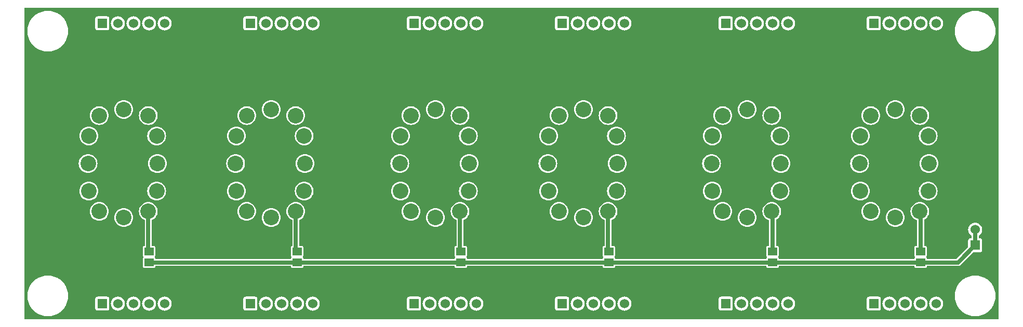
<source format=gbr>
G04 start of page 2 for group 3 layer_idx 0 *
G04 Title: (unknown), top_copper *
G04 Creator: pcb-rnd 1.2.7 *
G04 CreationDate: 2018-01-15 01:10:50 UTC *
G04 For: newell *
G04 Format: Gerber/RS-274X *
G04 PCB-Dimensions: 625000 200000 *
G04 PCB-Coordinate-Origin: lower left *
%MOIN*%
%FSLAX25Y25*%
%LNTOP*%
%ADD18C,0.1181*%
%ADD17C,0.0433*%
%ADD16C,0.0280*%
%ADD15R,0.0512X0.0512*%
%ADD14C,0.1000*%
%ADD13C,0.0600*%
%ADD12C,0.0250*%
%ADD11C,0.0001*%
G54D11*G36*
X609980Y200000D02*X625000D01*
Y0D01*
X609980D01*
Y1900D01*
X610000Y1899D01*
X612049Y2060D01*
X614049Y2540D01*
X615948Y3327D01*
X617701Y4401D01*
X619264Y5736D01*
X620599Y7299D01*
X621673Y9052D01*
X622460Y10951D01*
X622940Y12951D01*
X623061Y15000D01*
X622940Y17049D01*
X622460Y19049D01*
X621673Y20948D01*
X620599Y22701D01*
X619264Y24264D01*
X617701Y25599D01*
X615948Y26673D01*
X614049Y27460D01*
X612049Y27940D01*
X610000Y28101D01*
X609980Y28100D01*
Y43000D01*
X613000D01*
X613235Y43014D01*
X613465Y43069D01*
X613683Y43159D01*
X613884Y43283D01*
X614064Y43436D01*
X614217Y43616D01*
X614341Y43817D01*
X614431Y44035D01*
X614486Y44265D01*
X614500Y44500D01*
Y50500D01*
X614486Y50735D01*
X614431Y50965D01*
X614341Y51183D01*
X614217Y51384D01*
X614064Y51564D01*
X613884Y51717D01*
X613683Y51841D01*
X613465Y51931D01*
X613235Y51986D01*
X613000Y52000D01*
X612250D01*
Y53601D01*
X612653Y53848D01*
X613192Y54308D01*
X613652Y54847D01*
X614022Y55451D01*
X614293Y56105D01*
X614458Y56794D01*
X614500Y57500D01*
X614458Y58206D01*
X614293Y58895D01*
X614022Y59549D01*
X613652Y60153D01*
X613192Y60692D01*
X612653Y61152D01*
X612049Y61522D01*
X611395Y61793D01*
X610706Y61958D01*
X610000Y62014D01*
X609980Y62012D01*
Y171900D01*
X610000Y171899D01*
X612049Y172060D01*
X614049Y172540D01*
X615948Y173327D01*
X617701Y174401D01*
X619264Y175736D01*
X620599Y177299D01*
X621673Y179052D01*
X622460Y180951D01*
X622940Y182951D01*
X623061Y185000D01*
X622940Y187049D01*
X622460Y189049D01*
X621673Y190948D01*
X620599Y192701D01*
X619264Y194264D01*
X617701Y195599D01*
X615948Y196673D01*
X614049Y197460D01*
X612049Y197940D01*
X610000Y198101D01*
X609980Y198100D01*
Y200000D01*
G37*
G36*
Y0D02*X584993D01*
Y5487D01*
X585000Y5486D01*
X585706Y5542D01*
X586395Y5707D01*
X587049Y5978D01*
X587653Y6348D01*
X588192Y6808D01*
X588652Y7347D01*
X589022Y7951D01*
X589293Y8605D01*
X589458Y9294D01*
X589500Y10000D01*
X589458Y10706D01*
X589293Y11395D01*
X589022Y12049D01*
X588652Y12653D01*
X588192Y13192D01*
X587653Y13652D01*
X587049Y14022D01*
X586395Y14293D01*
X585706Y14458D01*
X585000Y14514D01*
X584993Y14513D01*
Y34207D01*
X598869D01*
X598957Y34200D01*
X599310Y34228D01*
X599310Y34228D01*
X599655Y34311D01*
X599982Y34446D01*
X600284Y34631D01*
X600553Y34861D01*
X600610Y34928D01*
X608682Y43000D01*
X609980D01*
Y28100D01*
X607951Y27940D01*
X605951Y27460D01*
X604052Y26673D01*
X602299Y25599D01*
X600736Y24264D01*
X599401Y22701D01*
X598327Y20948D01*
X597540Y19049D01*
X597060Y17049D01*
X596899Y15000D01*
X597060Y12951D01*
X597540Y10951D01*
X598327Y9052D01*
X599401Y7299D01*
X600736Y5736D01*
X602299Y4401D01*
X604052Y3327D01*
X605951Y2540D01*
X607951Y2060D01*
X609980Y1900D01*
Y0D01*
G37*
G36*
X584993Y200000D02*X609980D01*
Y198100D01*
X607951Y197940D01*
X605951Y197460D01*
X604052Y196673D01*
X602299Y195599D01*
X600736Y194264D01*
X599401Y192701D01*
X598327Y190948D01*
X597540Y189049D01*
X597060Y187049D01*
X596899Y185000D01*
X597060Y182951D01*
X597540Y180951D01*
X598327Y179052D01*
X599401Y177299D01*
X600736Y175736D01*
X602299Y174401D01*
X604052Y173327D01*
X605951Y172540D01*
X607951Y172060D01*
X609980Y171900D01*
Y62012D01*
X609294Y61958D01*
X608605Y61793D01*
X607951Y61522D01*
X607347Y61152D01*
X606808Y60692D01*
X606348Y60153D01*
X605978Y59549D01*
X605707Y58895D01*
X605542Y58206D01*
X605486Y57500D01*
X605542Y56794D01*
X605707Y56105D01*
X605978Y55451D01*
X606348Y54847D01*
X606808Y54308D01*
X607347Y53848D01*
X607750Y53601D01*
Y52000D01*
X607000D01*
X606765Y51986D01*
X606535Y51931D01*
X606317Y51841D01*
X606116Y51717D01*
X605936Y51564D01*
X605783Y51384D01*
X605659Y51183D01*
X605569Y50965D01*
X605514Y50735D01*
X605500Y50500D01*
Y46182D01*
X598025Y38707D01*
X584993D01*
Y79167D01*
X585233Y79558D01*
X585594Y80430D01*
X585814Y81348D01*
X585870Y82290D01*
X585814Y83232D01*
X585594Y84150D01*
X585233Y85022D01*
X584993Y85413D01*
Y96174D01*
X585239Y96462D01*
X585733Y97268D01*
X586094Y98140D01*
X586314Y99058D01*
X586370Y100000D01*
X586314Y100942D01*
X586094Y101860D01*
X585733Y102732D01*
X585239Y103538D01*
X584993Y103826D01*
Y114587D01*
X585233Y114978D01*
X585594Y115850D01*
X585814Y116768D01*
X585870Y117710D01*
X585814Y118652D01*
X585594Y119570D01*
X585233Y120442D01*
X584993Y120833D01*
Y185487D01*
X585000Y185486D01*
X585706Y185542D01*
X586395Y185707D01*
X587049Y185978D01*
X587653Y186348D01*
X588192Y186808D01*
X588652Y187347D01*
X589022Y187951D01*
X589293Y188605D01*
X589458Y189294D01*
X589500Y190000D01*
X589458Y190706D01*
X589293Y191395D01*
X589022Y192049D01*
X588652Y192653D01*
X588192Y193192D01*
X587653Y193652D01*
X587049Y194022D01*
X586395Y194293D01*
X585706Y194458D01*
X585000Y194514D01*
X584993Y194513D01*
Y200000D01*
G37*
G36*
Y103826D02*X584626Y104256D01*
X583908Y104869D01*
X583102Y105363D01*
X582230Y105724D01*
X581312Y105944D01*
X580370Y106019D01*
X579428Y105944D01*
X578510Y105724D01*
X577638Y105363D01*
X576832Y104869D01*
X576114Y104256D01*
X575501Y103538D01*
X575007Y102732D01*
X574993Y102698D01*
Y114185D01*
X575001Y114172D01*
X575614Y113454D01*
X576332Y112841D01*
X577138Y112347D01*
X578010Y111986D01*
X578928Y111766D01*
X579870Y111691D01*
X580812Y111766D01*
X581730Y111986D01*
X582602Y112347D01*
X583408Y112841D01*
X584126Y113454D01*
X584739Y114172D01*
X584993Y114587D01*
Y103826D01*
G37*
G36*
Y85413D02*X584739Y85828D01*
X584126Y86546D01*
X583408Y87159D01*
X582602Y87653D01*
X581730Y88014D01*
X580812Y88234D01*
X579870Y88309D01*
X578928Y88234D01*
X578010Y88014D01*
X577138Y87653D01*
X576332Y87159D01*
X575614Y86546D01*
X575001Y85828D01*
X574993Y85815D01*
Y97302D01*
X575007Y97268D01*
X575501Y96462D01*
X576114Y95744D01*
X576832Y95131D01*
X577638Y94637D01*
X578510Y94276D01*
X579428Y94056D01*
X580370Y93981D01*
X581312Y94056D01*
X582230Y94276D01*
X583102Y94637D01*
X583908Y95131D01*
X584626Y95744D01*
X584993Y96174D01*
Y85413D01*
G37*
G36*
Y38707D02*X578952D01*
Y39016D01*
X578943Y39173D01*
X578906Y39326D01*
X578846Y39471D01*
X578764Y39606D01*
X578661Y39725D01*
X578542Y39828D01*
X578407Y39910D01*
X578262Y39970D01*
X578137Y40000D01*
X578262Y40030D01*
X578407Y40090D01*
X578542Y40172D01*
X578661Y40275D01*
X578764Y40394D01*
X578846Y40529D01*
X578906Y40674D01*
X578943Y40827D01*
X578952Y40984D01*
Y46102D01*
X578943Y46259D01*
X578906Y46412D01*
X578846Y46557D01*
X578764Y46692D01*
X578661Y46811D01*
X578542Y46914D01*
X578407Y46996D01*
X578262Y47056D01*
X578109Y47093D01*
X577952Y47102D01*
X577250D01*
Y63884D01*
X578028Y64361D01*
X578746Y64974D01*
X579359Y65692D01*
X579853Y66498D01*
X580214Y67370D01*
X580434Y68288D01*
X580490Y69230D01*
X580434Y70172D01*
X580214Y71090D01*
X579853Y71962D01*
X579359Y72768D01*
X578746Y73486D01*
X578028Y74099D01*
X577222Y74593D01*
X576350Y74954D01*
X575432Y75174D01*
X574993Y75209D01*
Y78765D01*
X575001Y78752D01*
X575614Y78034D01*
X576332Y77421D01*
X577138Y76927D01*
X578010Y76566D01*
X578928Y76346D01*
X579870Y76271D01*
X580812Y76346D01*
X581730Y76566D01*
X582602Y76927D01*
X583408Y77421D01*
X584126Y78034D01*
X584739Y78752D01*
X584993Y79167D01*
Y38707D01*
G37*
G36*
Y0D02*X574993D01*
Y5487D01*
X575000Y5486D01*
X575706Y5542D01*
X576395Y5707D01*
X577049Y5978D01*
X577653Y6348D01*
X578192Y6808D01*
X578652Y7347D01*
X579022Y7951D01*
X579293Y8605D01*
X579458Y9294D01*
X579500Y10000D01*
X579458Y10706D01*
X579293Y11395D01*
X579022Y12049D01*
X578652Y12653D01*
X578192Y13192D01*
X577653Y13652D01*
X577049Y14022D01*
X576395Y14293D01*
X575706Y14458D01*
X575000Y14514D01*
X574993Y14513D01*
Y32898D01*
X577952D01*
X578109Y32907D01*
X578262Y32944D01*
X578407Y33004D01*
X578542Y33086D01*
X578661Y33189D01*
X578764Y33308D01*
X578846Y33443D01*
X578906Y33588D01*
X578943Y33741D01*
X578952Y33898D01*
Y34207D01*
X584993D01*
Y14513D01*
X584294Y14458D01*
X583605Y14293D01*
X582951Y14022D01*
X582347Y13652D01*
X581808Y13192D01*
X581348Y12653D01*
X580978Y12049D01*
X580707Y11395D01*
X580542Y10706D01*
X580486Y10000D01*
X580542Y9294D01*
X580707Y8605D01*
X580978Y7951D01*
X581348Y7347D01*
X581808Y6808D01*
X582347Y6348D01*
X582951Y5978D01*
X583605Y5707D01*
X584294Y5542D01*
X584993Y5487D01*
Y0D01*
G37*
G36*
X574993Y200000D02*X584993D01*
Y194513D01*
X584294Y194458D01*
X583605Y194293D01*
X582951Y194022D01*
X582347Y193652D01*
X581808Y193192D01*
X581348Y192653D01*
X580978Y192049D01*
X580707Y191395D01*
X580542Y190706D01*
X580486Y190000D01*
X580542Y189294D01*
X580707Y188605D01*
X580978Y187951D01*
X581348Y187347D01*
X581808Y186808D01*
X582347Y186348D01*
X582951Y185978D01*
X583605Y185707D01*
X584294Y185542D01*
X584993Y185487D01*
Y120833D01*
X584739Y121248D01*
X584126Y121966D01*
X583408Y122579D01*
X582602Y123073D01*
X581730Y123434D01*
X580812Y123654D01*
X579870Y123729D01*
X578928Y123654D01*
X578010Y123434D01*
X577138Y123073D01*
X576332Y122579D01*
X575614Y121966D01*
X575001Y121248D01*
X574993Y121235D01*
Y124791D01*
X575432Y124826D01*
X576350Y125046D01*
X577222Y125407D01*
X578028Y125901D01*
X578746Y126514D01*
X579359Y127232D01*
X579853Y128038D01*
X580214Y128910D01*
X580434Y129829D01*
X580490Y130770D01*
X580434Y131712D01*
X580214Y132630D01*
X579853Y133502D01*
X579359Y134308D01*
X578746Y135026D01*
X578028Y135639D01*
X577222Y136133D01*
X576350Y136494D01*
X575432Y136714D01*
X574993Y136749D01*
Y185487D01*
X575000Y185486D01*
X575706Y185542D01*
X576395Y185707D01*
X577049Y185978D01*
X577653Y186348D01*
X578192Y186808D01*
X578652Y187347D01*
X579022Y187951D01*
X579293Y188605D01*
X579458Y189294D01*
X579500Y190000D01*
X579458Y190706D01*
X579293Y191395D01*
X579022Y192049D01*
X578652Y192653D01*
X578192Y193192D01*
X577653Y193652D01*
X577049Y194022D01*
X576395Y194293D01*
X575706Y194458D01*
X575000Y194514D01*
X574993Y194513D01*
Y200000D01*
G37*
G36*
Y0D02*X564993D01*
Y5487D01*
X565000Y5486D01*
X565706Y5542D01*
X566395Y5707D01*
X567049Y5978D01*
X567653Y6348D01*
X568192Y6808D01*
X568652Y7347D01*
X569022Y7951D01*
X569293Y8605D01*
X569458Y9294D01*
X569500Y10000D01*
X569458Y10706D01*
X569293Y11395D01*
X569022Y12049D01*
X568652Y12653D01*
X568192Y13192D01*
X567653Y13652D01*
X567049Y14022D01*
X566395Y14293D01*
X565706Y14458D01*
X565000Y14514D01*
X564993Y14513D01*
Y34207D01*
X571048D01*
Y33898D01*
X571057Y33741D01*
X571094Y33588D01*
X571154Y33443D01*
X571236Y33308D01*
X571339Y33189D01*
X571458Y33086D01*
X571593Y33004D01*
X571738Y32944D01*
X571891Y32907D01*
X572048Y32898D01*
X574993D01*
Y14513D01*
X574294Y14458D01*
X573605Y14293D01*
X572951Y14022D01*
X572347Y13652D01*
X571808Y13192D01*
X571348Y12653D01*
X570978Y12049D01*
X570707Y11395D01*
X570542Y10706D01*
X570486Y10000D01*
X570542Y9294D01*
X570707Y8605D01*
X570978Y7951D01*
X571348Y7347D01*
X571808Y6808D01*
X572347Y6348D01*
X572951Y5978D01*
X573605Y5707D01*
X574294Y5542D01*
X574993Y5487D01*
Y0D01*
G37*
G36*
X564993Y200000D02*X574993D01*
Y194513D01*
X574294Y194458D01*
X573605Y194293D01*
X572951Y194022D01*
X572347Y193652D01*
X571808Y193192D01*
X571348Y192653D01*
X570978Y192049D01*
X570707Y191395D01*
X570542Y190706D01*
X570486Y190000D01*
X570542Y189294D01*
X570707Y188605D01*
X570978Y187951D01*
X571348Y187347D01*
X571808Y186808D01*
X572347Y186348D01*
X572951Y185978D01*
X573605Y185707D01*
X574294Y185542D01*
X574993Y185487D01*
Y136749D01*
X574490Y136789D01*
X573548Y136714D01*
X572630Y136494D01*
X571758Y136133D01*
X570952Y135639D01*
X570234Y135026D01*
X569621Y134308D01*
X569127Y133502D01*
X568766Y132630D01*
X568546Y131712D01*
X568471Y130770D01*
X568546Y129829D01*
X568766Y128910D01*
X569127Y128038D01*
X569621Y127232D01*
X570234Y126514D01*
X570952Y125901D01*
X571758Y125407D01*
X572630Y125046D01*
X573548Y124826D01*
X574490Y124751D01*
X574993Y124791D01*
Y121235D01*
X574507Y120442D01*
X574146Y119570D01*
X573926Y118652D01*
X573851Y117710D01*
X573926Y116768D01*
X574146Y115850D01*
X574507Y114978D01*
X574993Y114185D01*
Y102698D01*
X574646Y101860D01*
X574426Y100942D01*
X574351Y100000D01*
X574426Y99058D01*
X574646Y98140D01*
X574993Y97302D01*
Y85815D01*
X574507Y85022D01*
X574146Y84150D01*
X573926Y83232D01*
X573851Y82290D01*
X573926Y81348D01*
X574146Y80430D01*
X574507Y79558D01*
X574993Y78765D01*
Y75209D01*
X574490Y75249D01*
X573548Y75174D01*
X572630Y74954D01*
X571758Y74593D01*
X570952Y74099D01*
X570234Y73486D01*
X569621Y72768D01*
X569127Y71962D01*
X568766Y71090D01*
X568546Y70172D01*
X568471Y69230D01*
X568546Y68288D01*
X568766Y67370D01*
X569127Y66498D01*
X569621Y65692D01*
X570234Y64974D01*
X570952Y64361D01*
X571758Y63867D01*
X572630Y63506D01*
X572750Y63477D01*
Y47102D01*
X572048D01*
X571891Y47093D01*
X571738Y47056D01*
X571593Y46996D01*
X571458Y46914D01*
X571339Y46811D01*
X571236Y46692D01*
X571154Y46557D01*
X571094Y46412D01*
X571057Y46259D01*
X571048Y46102D01*
Y40984D01*
X571057Y40827D01*
X571094Y40674D01*
X571154Y40529D01*
X571236Y40394D01*
X571339Y40275D01*
X571458Y40172D01*
X571593Y40090D01*
X571738Y40030D01*
X571863Y40000D01*
X571738Y39970D01*
X571593Y39910D01*
X571458Y39828D01*
X571339Y39725D01*
X571236Y39606D01*
X571154Y39471D01*
X571094Y39326D01*
X571057Y39173D01*
X571048Y39016D01*
Y38707D01*
X564993D01*
Y185487D01*
X565000Y185486D01*
X565706Y185542D01*
X566395Y185707D01*
X567049Y185978D01*
X567653Y186348D01*
X568192Y186808D01*
X568652Y187347D01*
X569022Y187951D01*
X569293Y188605D01*
X569458Y189294D01*
X569500Y190000D01*
X569458Y190706D01*
X569293Y191395D01*
X569022Y192049D01*
X568652Y192653D01*
X568192Y193192D01*
X567653Y193652D01*
X567049Y194022D01*
X566395Y194293D01*
X565706Y194458D01*
X565000Y194514D01*
X564993Y194513D01*
Y200000D01*
G37*
G36*
Y0D02*X554993D01*
Y5487D01*
X555000Y5486D01*
X555706Y5542D01*
X556395Y5707D01*
X557049Y5978D01*
X557653Y6348D01*
X558192Y6808D01*
X558652Y7347D01*
X559022Y7951D01*
X559293Y8605D01*
X559458Y9294D01*
X559500Y10000D01*
X559458Y10706D01*
X559293Y11395D01*
X559022Y12049D01*
X558652Y12653D01*
X558192Y13192D01*
X557653Y13652D01*
X557049Y14022D01*
X556395Y14293D01*
X555706Y14458D01*
X555000Y14514D01*
X554993Y14513D01*
Y34207D01*
X564993D01*
Y14513D01*
X564294Y14458D01*
X563605Y14293D01*
X562951Y14022D01*
X562347Y13652D01*
X561808Y13192D01*
X561348Y12653D01*
X560978Y12049D01*
X560707Y11395D01*
X560542Y10706D01*
X560486Y10000D01*
X560542Y9294D01*
X560707Y8605D01*
X560978Y7951D01*
X561348Y7347D01*
X561808Y6808D01*
X562347Y6348D01*
X562951Y5978D01*
X563605Y5707D01*
X564294Y5542D01*
X564993Y5487D01*
Y0D01*
G37*
G36*
X554993Y200000D02*X564993D01*
Y194513D01*
X564294Y194458D01*
X563605Y194293D01*
X562951Y194022D01*
X562347Y193652D01*
X561808Y193192D01*
X561348Y192653D01*
X560978Y192049D01*
X560707Y191395D01*
X560542Y190706D01*
X560486Y190000D01*
X560542Y189294D01*
X560707Y188605D01*
X560978Y187951D01*
X561348Y187347D01*
X561808Y186808D01*
X562347Y186348D01*
X562951Y185978D01*
X563605Y185707D01*
X564294Y185542D01*
X564993Y185487D01*
Y38707D01*
X554993D01*
Y60608D01*
X555212Y60421D01*
X556018Y59927D01*
X556890Y59566D01*
X557808Y59346D01*
X558750Y59271D01*
X559692Y59346D01*
X560610Y59566D01*
X561482Y59927D01*
X562288Y60421D01*
X563006Y61034D01*
X563619Y61752D01*
X564113Y62558D01*
X564474Y63430D01*
X564694Y64348D01*
X564750Y65290D01*
X564694Y66232D01*
X564474Y67150D01*
X564113Y68022D01*
X563619Y68828D01*
X563006Y69546D01*
X562288Y70159D01*
X561482Y70653D01*
X560610Y71014D01*
X559692Y71234D01*
X558750Y71309D01*
X557808Y71234D01*
X556890Y71014D01*
X556018Y70653D01*
X555212Y70159D01*
X554993Y69972D01*
Y130028D01*
X555212Y129841D01*
X556018Y129347D01*
X556890Y128986D01*
X557808Y128766D01*
X558750Y128691D01*
X559692Y128766D01*
X560610Y128986D01*
X561482Y129347D01*
X562288Y129841D01*
X563006Y130454D01*
X563619Y131172D01*
X564113Y131978D01*
X564474Y132850D01*
X564694Y133768D01*
X564750Y134710D01*
X564694Y135652D01*
X564474Y136570D01*
X564113Y137442D01*
X563619Y138248D01*
X563006Y138966D01*
X562288Y139579D01*
X561482Y140073D01*
X560610Y140434D01*
X559692Y140654D01*
X558750Y140729D01*
X557808Y140654D01*
X556890Y140434D01*
X556018Y140073D01*
X555212Y139579D01*
X554993Y139392D01*
Y185487D01*
X555000Y185486D01*
X555706Y185542D01*
X556395Y185707D01*
X557049Y185978D01*
X557653Y186348D01*
X558192Y186808D01*
X558652Y187347D01*
X559022Y187951D01*
X559293Y188605D01*
X559458Y189294D01*
X559500Y190000D01*
X559458Y190706D01*
X559293Y191395D01*
X559022Y192049D01*
X558652Y192653D01*
X558192Y193192D01*
X557653Y193652D01*
X557049Y194022D01*
X556395Y194293D01*
X555706Y194458D01*
X555000Y194514D01*
X554993Y194513D01*
Y200000D01*
G37*
G36*
Y0D02*X545000D01*
Y5500D01*
X548000D01*
X548235Y5514D01*
X548465Y5569D01*
X548683Y5659D01*
X548884Y5783D01*
X549064Y5936D01*
X549217Y6116D01*
X549341Y6317D01*
X549431Y6535D01*
X549486Y6765D01*
X549500Y7000D01*
Y13000D01*
X549486Y13235D01*
X549431Y13465D01*
X549341Y13683D01*
X549217Y13884D01*
X549064Y14064D01*
X548884Y14217D01*
X548683Y14341D01*
X548465Y14431D01*
X548235Y14486D01*
X548000Y14500D01*
X545000D01*
Y34207D01*
X554993D01*
Y14513D01*
X554294Y14458D01*
X553605Y14293D01*
X552951Y14022D01*
X552347Y13652D01*
X551808Y13192D01*
X551348Y12653D01*
X550978Y12049D01*
X550707Y11395D01*
X550542Y10706D01*
X550486Y10000D01*
X550542Y9294D01*
X550707Y8605D01*
X550978Y7951D01*
X551348Y7347D01*
X551808Y6808D01*
X552347Y6348D01*
X552951Y5978D01*
X553605Y5707D01*
X554294Y5542D01*
X554993Y5487D01*
Y0D01*
G37*
G36*
X545000Y200000D02*X554993D01*
Y194513D01*
X554294Y194458D01*
X553605Y194293D01*
X552951Y194022D01*
X552347Y193652D01*
X551808Y193192D01*
X551348Y192653D01*
X550978Y192049D01*
X550707Y191395D01*
X550542Y190706D01*
X550486Y190000D01*
X550542Y189294D01*
X550707Y188605D01*
X550978Y187951D01*
X551348Y187347D01*
X551808Y186808D01*
X552347Y186348D01*
X552951Y185978D01*
X553605Y185707D01*
X554294Y185542D01*
X554993Y185487D01*
Y139392D01*
X554494Y138966D01*
X553881Y138248D01*
X553387Y137442D01*
X553026Y136570D01*
X552806Y135652D01*
X552731Y134710D01*
X552806Y133768D01*
X553026Y132850D01*
X553387Y131978D01*
X553881Y131172D01*
X554494Y130454D01*
X554993Y130028D01*
Y69972D01*
X554494Y69546D01*
X553881Y68828D01*
X553387Y68022D01*
X553026Y67150D01*
X552806Y66232D01*
X552731Y65290D01*
X552806Y64348D01*
X553026Y63430D01*
X553387Y62558D01*
X553881Y61752D01*
X554494Y61034D01*
X554993Y60608D01*
Y38707D01*
X545000D01*
Y63560D01*
X545742Y63867D01*
X546548Y64361D01*
X547266Y64974D01*
X547879Y65692D01*
X548373Y66498D01*
X548734Y67370D01*
X548954Y68288D01*
X549010Y69230D01*
X548954Y70172D01*
X548734Y71090D01*
X548373Y71962D01*
X547879Y72768D01*
X547266Y73486D01*
X546548Y74099D01*
X545742Y74593D01*
X545000Y74900D01*
Y125100D01*
X545742Y125407D01*
X546548Y125901D01*
X547266Y126514D01*
X547879Y127232D01*
X548373Y128038D01*
X548734Y128910D01*
X548954Y129829D01*
X549010Y130770D01*
X548954Y131712D01*
X548734Y132630D01*
X548373Y133502D01*
X547879Y134308D01*
X547266Y135026D01*
X546548Y135639D01*
X545742Y136133D01*
X545000Y136440D01*
Y185500D01*
X548000D01*
X548235Y185514D01*
X548465Y185569D01*
X548683Y185659D01*
X548884Y185783D01*
X549064Y185936D01*
X549217Y186116D01*
X549341Y186317D01*
X549431Y186535D01*
X549486Y186765D01*
X549500Y187000D01*
Y193000D01*
X549486Y193235D01*
X549431Y193465D01*
X549341Y193683D01*
X549217Y193884D01*
X549064Y194064D01*
X548884Y194217D01*
X548683Y194341D01*
X548465Y194431D01*
X548235Y194486D01*
X548000Y194500D01*
X545000D01*
Y200000D01*
G37*
G36*
Y0D02*X489993D01*
Y5487D01*
X490000Y5486D01*
X490706Y5542D01*
X491395Y5707D01*
X492049Y5978D01*
X492653Y6348D01*
X493192Y6808D01*
X493652Y7347D01*
X494022Y7951D01*
X494293Y8605D01*
X494458Y9294D01*
X494500Y10000D01*
X494458Y10706D01*
X494293Y11395D01*
X494022Y12049D01*
X493652Y12653D01*
X493192Y13192D01*
X492653Y13652D01*
X492049Y14022D01*
X491395Y14293D01*
X490706Y14458D01*
X490000Y14514D01*
X489993Y14513D01*
Y34207D01*
X545000D01*
Y14500D01*
X542000D01*
X541765Y14486D01*
X541535Y14431D01*
X541317Y14341D01*
X541116Y14217D01*
X540936Y14064D01*
X540783Y13884D01*
X540659Y13683D01*
X540569Y13465D01*
X540514Y13235D01*
X540500Y13000D01*
Y7000D01*
X540514Y6765D01*
X540569Y6535D01*
X540659Y6317D01*
X540783Y6116D01*
X540936Y5936D01*
X541116Y5783D01*
X541317Y5659D01*
X541535Y5569D01*
X541765Y5514D01*
X542000Y5500D01*
X545000D01*
Y0D01*
G37*
G36*
X489993D02*X479993D01*
Y5487D01*
X480000Y5486D01*
X480706Y5542D01*
X481395Y5707D01*
X482049Y5978D01*
X482653Y6348D01*
X483192Y6808D01*
X483652Y7347D01*
X484022Y7951D01*
X484293Y8605D01*
X484458Y9294D01*
X484500Y10000D01*
X484458Y10706D01*
X484293Y11395D01*
X484022Y12049D01*
X483652Y12653D01*
X483192Y13192D01*
X482653Y13652D01*
X482049Y14022D01*
X481395Y14293D01*
X480706Y14458D01*
X480000Y14514D01*
X479993Y14513D01*
Y32898D01*
X482952D01*
X483109Y32907D01*
X483262Y32944D01*
X483407Y33004D01*
X483542Y33086D01*
X483661Y33189D01*
X483764Y33308D01*
X483846Y33443D01*
X483906Y33588D01*
X483943Y33741D01*
X483952Y33898D01*
Y34207D01*
X489993D01*
Y14513D01*
X489294Y14458D01*
X488605Y14293D01*
X487951Y14022D01*
X487347Y13652D01*
X486808Y13192D01*
X486348Y12653D01*
X485978Y12049D01*
X485707Y11395D01*
X485542Y10706D01*
X485486Y10000D01*
X485542Y9294D01*
X485707Y8605D01*
X485978Y7951D01*
X486348Y7347D01*
X486808Y6808D01*
X487347Y6348D01*
X487951Y5978D01*
X488605Y5707D01*
X489294Y5542D01*
X489993Y5487D01*
Y0D01*
G37*
G36*
X479993D02*X469993D01*
Y5487D01*
X470000Y5486D01*
X470706Y5542D01*
X471395Y5707D01*
X472049Y5978D01*
X472653Y6348D01*
X473192Y6808D01*
X473652Y7347D01*
X474022Y7951D01*
X474293Y8605D01*
X474458Y9294D01*
X474500Y10000D01*
X474458Y10706D01*
X474293Y11395D01*
X474022Y12049D01*
X473652Y12653D01*
X473192Y13192D01*
X472653Y13652D01*
X472049Y14022D01*
X471395Y14293D01*
X470706Y14458D01*
X470000Y14514D01*
X469993Y14513D01*
Y34207D01*
X476048D01*
Y33898D01*
X476057Y33741D01*
X476094Y33588D01*
X476154Y33443D01*
X476236Y33308D01*
X476339Y33189D01*
X476458Y33086D01*
X476593Y33004D01*
X476738Y32944D01*
X476891Y32907D01*
X477048Y32898D01*
X479993D01*
Y14513D01*
X479294Y14458D01*
X478605Y14293D01*
X477951Y14022D01*
X477347Y13652D01*
X476808Y13192D01*
X476348Y12653D01*
X475978Y12049D01*
X475707Y11395D01*
X475542Y10706D01*
X475486Y10000D01*
X475542Y9294D01*
X475707Y8605D01*
X475978Y7951D01*
X476348Y7347D01*
X476808Y6808D01*
X477347Y6348D01*
X477951Y5978D01*
X478605Y5707D01*
X479294Y5542D01*
X479993Y5487D01*
Y0D01*
G37*
G36*
X469993D02*X459993D01*
Y5487D01*
X460000Y5486D01*
X460706Y5542D01*
X461395Y5707D01*
X462049Y5978D01*
X462653Y6348D01*
X463192Y6808D01*
X463652Y7347D01*
X464022Y7951D01*
X464293Y8605D01*
X464458Y9294D01*
X464500Y10000D01*
X464458Y10706D01*
X464293Y11395D01*
X464022Y12049D01*
X463652Y12653D01*
X463192Y13192D01*
X462653Y13652D01*
X462049Y14022D01*
X461395Y14293D01*
X460706Y14458D01*
X460000Y14514D01*
X459993Y14513D01*
Y34207D01*
X469993D01*
Y14513D01*
X469294Y14458D01*
X468605Y14293D01*
X467951Y14022D01*
X467347Y13652D01*
X466808Y13192D01*
X466348Y12653D01*
X465978Y12049D01*
X465707Y11395D01*
X465542Y10706D01*
X465486Y10000D01*
X465542Y9294D01*
X465707Y8605D01*
X465978Y7951D01*
X466348Y7347D01*
X466808Y6808D01*
X467347Y6348D01*
X467951Y5978D01*
X468605Y5707D01*
X469294Y5542D01*
X469993Y5487D01*
Y0D01*
G37*
G36*
X459993D02*X450000D01*
Y5500D01*
X453000D01*
X453235Y5514D01*
X453465Y5569D01*
X453683Y5659D01*
X453884Y5783D01*
X454064Y5936D01*
X454217Y6116D01*
X454341Y6317D01*
X454431Y6535D01*
X454486Y6765D01*
X454500Y7000D01*
Y13000D01*
X454486Y13235D01*
X454431Y13465D01*
X454341Y13683D01*
X454217Y13884D01*
X454064Y14064D01*
X453884Y14217D01*
X453683Y14341D01*
X453465Y14431D01*
X453235Y14486D01*
X453000Y14500D01*
X450000D01*
Y34207D01*
X459993D01*
Y14513D01*
X459294Y14458D01*
X458605Y14293D01*
X457951Y14022D01*
X457347Y13652D01*
X456808Y13192D01*
X456348Y12653D01*
X455978Y12049D01*
X455707Y11395D01*
X455542Y10706D01*
X455486Y10000D01*
X455542Y9294D01*
X455707Y8605D01*
X455978Y7951D01*
X456348Y7347D01*
X456808Y6808D01*
X457347Y6348D01*
X457951Y5978D01*
X458605Y5707D01*
X459294Y5542D01*
X459993Y5487D01*
Y0D01*
G37*
G36*
X450000D02*X384993D01*
Y5487D01*
X385000Y5486D01*
X385706Y5542D01*
X386395Y5707D01*
X387049Y5978D01*
X387653Y6348D01*
X388192Y6808D01*
X388652Y7347D01*
X389022Y7951D01*
X389293Y8605D01*
X389458Y9294D01*
X389500Y10000D01*
X389458Y10706D01*
X389293Y11395D01*
X389022Y12049D01*
X388652Y12653D01*
X388192Y13192D01*
X387653Y13652D01*
X387049Y14022D01*
X386395Y14293D01*
X385706Y14458D01*
X385000Y14514D01*
X384993Y14513D01*
Y34207D01*
X450000D01*
Y14500D01*
X447000D01*
X446765Y14486D01*
X446535Y14431D01*
X446317Y14341D01*
X446116Y14217D01*
X445936Y14064D01*
X445783Y13884D01*
X445659Y13683D01*
X445569Y13465D01*
X445514Y13235D01*
X445500Y13000D01*
Y7000D01*
X445514Y6765D01*
X445569Y6535D01*
X445659Y6317D01*
X445783Y6116D01*
X445936Y5936D01*
X446116Y5783D01*
X446317Y5659D01*
X446535Y5569D01*
X446765Y5514D01*
X447000Y5500D01*
X450000D01*
Y0D01*
G37*
G36*
X536371Y200000D02*X545000D01*
Y194500D01*
X542000D01*
X541765Y194486D01*
X541535Y194431D01*
X541317Y194341D01*
X541116Y194217D01*
X540936Y194064D01*
X540783Y193884D01*
X540659Y193683D01*
X540569Y193465D01*
X540514Y193235D01*
X540500Y193000D01*
Y187000D01*
X540514Y186765D01*
X540569Y186535D01*
X540659Y186317D01*
X540783Y186116D01*
X540936Y185936D01*
X541116Y185783D01*
X541317Y185659D01*
X541535Y185569D01*
X541765Y185514D01*
X542000Y185500D01*
X545000D01*
Y136440D01*
X544870Y136494D01*
X543952Y136714D01*
X543010Y136789D01*
X542068Y136714D01*
X541150Y136494D01*
X540278Y136133D01*
X539472Y135639D01*
X538754Y135026D01*
X538141Y134308D01*
X537647Y133502D01*
X537286Y132630D01*
X537066Y131712D01*
X536991Y130770D01*
X537066Y129829D01*
X537286Y128910D01*
X537647Y128038D01*
X538141Y127232D01*
X538754Y126514D01*
X539472Y125901D01*
X540278Y125407D01*
X541150Y125046D01*
X542068Y124826D01*
X543010Y124751D01*
X543952Y124826D01*
X544870Y125046D01*
X545000Y125100D01*
Y74900D01*
X544870Y74954D01*
X543952Y75174D01*
X543010Y75249D01*
X542068Y75174D01*
X541150Y74954D01*
X540278Y74593D01*
X539472Y74099D01*
X538754Y73486D01*
X538141Y72768D01*
X537647Y71962D01*
X537286Y71090D01*
X537066Y70172D01*
X536991Y69230D01*
X537066Y68288D01*
X537286Y67370D01*
X537647Y66498D01*
X538141Y65692D01*
X538754Y64974D01*
X539472Y64361D01*
X540278Y63867D01*
X541150Y63506D01*
X542068Y63286D01*
X543010Y63211D01*
X543952Y63286D01*
X544870Y63506D01*
X545000Y63560D01*
Y38707D01*
X536371D01*
Y76272D01*
X536380Y76271D01*
X537322Y76346D01*
X538240Y76566D01*
X539112Y76927D01*
X539918Y77421D01*
X540636Y78034D01*
X541249Y78752D01*
X541743Y79558D01*
X542104Y80430D01*
X542324Y81348D01*
X542380Y82290D01*
X542324Y83232D01*
X542104Y84150D01*
X541743Y85022D01*
X541249Y85828D01*
X540636Y86546D01*
X539918Y87159D01*
X539112Y87653D01*
X538240Y88014D01*
X537322Y88234D01*
X536380Y88309D01*
X536371Y88308D01*
Y94020D01*
X536822Y94056D01*
X537740Y94276D01*
X538612Y94637D01*
X539418Y95131D01*
X540136Y95744D01*
X540749Y96462D01*
X541243Y97268D01*
X541604Y98140D01*
X541824Y99058D01*
X541880Y100000D01*
X541824Y100942D01*
X541604Y101860D01*
X541243Y102732D01*
X540749Y103538D01*
X540136Y104256D01*
X539418Y104869D01*
X538612Y105363D01*
X537740Y105724D01*
X536822Y105944D01*
X536371Y105980D01*
Y111692D01*
X536380Y111691D01*
X537322Y111766D01*
X538240Y111986D01*
X539112Y112347D01*
X539918Y112841D01*
X540636Y113454D01*
X541249Y114172D01*
X541743Y114978D01*
X542104Y115850D01*
X542324Y116768D01*
X542380Y117710D01*
X542324Y118652D01*
X542104Y119570D01*
X541743Y120442D01*
X541249Y121248D01*
X540636Y121966D01*
X539918Y122579D01*
X539112Y123073D01*
X538240Y123434D01*
X537322Y123654D01*
X536380Y123729D01*
X536371Y123728D01*
Y200000D01*
G37*
G36*
X489993D02*X536371D01*
Y123728D01*
X535438Y123654D01*
X534520Y123434D01*
X533648Y123073D01*
X532842Y122579D01*
X532124Y121966D01*
X531511Y121248D01*
X531017Y120442D01*
X530656Y119570D01*
X530436Y118652D01*
X530361Y117710D01*
X530436Y116768D01*
X530656Y115850D01*
X531017Y114978D01*
X531511Y114172D01*
X532124Y113454D01*
X532842Y112841D01*
X533648Y112347D01*
X534520Y111986D01*
X535438Y111766D01*
X536371Y111692D01*
Y105980D01*
X535880Y106019D01*
X534938Y105944D01*
X534020Y105724D01*
X533148Y105363D01*
X532342Y104869D01*
X531624Y104256D01*
X531011Y103538D01*
X530517Y102732D01*
X530156Y101860D01*
X529936Y100942D01*
X529861Y100000D01*
X529936Y99058D01*
X530156Y98140D01*
X530517Y97268D01*
X531011Y96462D01*
X531624Y95744D01*
X532342Y95131D01*
X533148Y94637D01*
X534020Y94276D01*
X534938Y94056D01*
X535880Y93981D01*
X536371Y94020D01*
Y88308D01*
X535438Y88234D01*
X534520Y88014D01*
X533648Y87653D01*
X532842Y87159D01*
X532124Y86546D01*
X531511Y85828D01*
X531017Y85022D01*
X530656Y84150D01*
X530436Y83232D01*
X530361Y82290D01*
X530436Y81348D01*
X530656Y80430D01*
X531017Y79558D01*
X531511Y78752D01*
X532124Y78034D01*
X532842Y77421D01*
X533648Y76927D01*
X534520Y76566D01*
X535438Y76346D01*
X536371Y76272D01*
Y38707D01*
X489993D01*
Y79167D01*
X490233Y79558D01*
X490594Y80430D01*
X490814Y81348D01*
X490870Y82290D01*
X490814Y83232D01*
X490594Y84150D01*
X490233Y85022D01*
X489993Y85413D01*
Y96174D01*
X490239Y96462D01*
X490733Y97268D01*
X491094Y98140D01*
X491314Y99058D01*
X491370Y100000D01*
X491314Y100942D01*
X491094Y101860D01*
X490733Y102732D01*
X490239Y103538D01*
X489993Y103826D01*
Y114587D01*
X490233Y114978D01*
X490594Y115850D01*
X490814Y116768D01*
X490870Y117710D01*
X490814Y118652D01*
X490594Y119570D01*
X490233Y120442D01*
X489993Y120833D01*
Y185487D01*
X490000Y185486D01*
X490706Y185542D01*
X491395Y185707D01*
X492049Y185978D01*
X492653Y186348D01*
X493192Y186808D01*
X493652Y187347D01*
X494022Y187951D01*
X494293Y188605D01*
X494458Y189294D01*
X494500Y190000D01*
X494458Y190706D01*
X494293Y191395D01*
X494022Y192049D01*
X493652Y192653D01*
X493192Y193192D01*
X492653Y193652D01*
X492049Y194022D01*
X491395Y194293D01*
X490706Y194458D01*
X490000Y194514D01*
X489993Y194513D01*
Y200000D01*
G37*
G36*
Y103826D02*X489626Y104256D01*
X488908Y104869D01*
X488102Y105363D01*
X487230Y105724D01*
X486312Y105944D01*
X485370Y106019D01*
X484428Y105944D01*
X483510Y105724D01*
X482638Y105363D01*
X481832Y104869D01*
X481114Y104256D01*
X480501Y103538D01*
X480007Y102732D01*
X479993Y102698D01*
Y114185D01*
X480001Y114172D01*
X480614Y113454D01*
X481332Y112841D01*
X482138Y112347D01*
X483010Y111986D01*
X483928Y111766D01*
X484870Y111691D01*
X485812Y111766D01*
X486730Y111986D01*
X487602Y112347D01*
X488408Y112841D01*
X489126Y113454D01*
X489739Y114172D01*
X489993Y114587D01*
Y103826D01*
G37*
G36*
Y85413D02*X489739Y85828D01*
X489126Y86546D01*
X488408Y87159D01*
X487602Y87653D01*
X486730Y88014D01*
X485812Y88234D01*
X484870Y88309D01*
X483928Y88234D01*
X483010Y88014D01*
X482138Y87653D01*
X481332Y87159D01*
X480614Y86546D01*
X480001Y85828D01*
X479993Y85815D01*
Y97302D01*
X480007Y97268D01*
X480501Y96462D01*
X481114Y95744D01*
X481832Y95131D01*
X482638Y94637D01*
X483510Y94276D01*
X484428Y94056D01*
X485370Y93981D01*
X486312Y94056D01*
X487230Y94276D01*
X488102Y94637D01*
X488908Y95131D01*
X489626Y95744D01*
X489993Y96174D01*
Y85413D01*
G37*
G36*
Y38707D02*X483952D01*
Y39016D01*
X483943Y39173D01*
X483906Y39326D01*
X483846Y39471D01*
X483764Y39606D01*
X483661Y39725D01*
X483542Y39828D01*
X483407Y39910D01*
X483262Y39970D01*
X483137Y40000D01*
X483262Y40030D01*
X483407Y40090D01*
X483542Y40172D01*
X483661Y40275D01*
X483764Y40394D01*
X483846Y40529D01*
X483906Y40674D01*
X483943Y40827D01*
X483952Y40984D01*
Y46102D01*
X483943Y46259D01*
X483906Y46412D01*
X483846Y46557D01*
X483764Y46692D01*
X483661Y46811D01*
X483542Y46914D01*
X483407Y46996D01*
X483262Y47056D01*
X483109Y47093D01*
X482952Y47102D01*
X482250D01*
Y63884D01*
X483028Y64361D01*
X483746Y64974D01*
X484359Y65692D01*
X484853Y66498D01*
X485214Y67370D01*
X485434Y68288D01*
X485490Y69230D01*
X485434Y70172D01*
X485214Y71090D01*
X484853Y71962D01*
X484359Y72768D01*
X483746Y73486D01*
X483028Y74099D01*
X482222Y74593D01*
X481350Y74954D01*
X480431Y75174D01*
X479993Y75209D01*
Y78765D01*
X480001Y78752D01*
X480614Y78034D01*
X481332Y77421D01*
X482138Y76927D01*
X483010Y76566D01*
X483928Y76346D01*
X484870Y76271D01*
X485812Y76346D01*
X486730Y76566D01*
X487602Y76927D01*
X488408Y77421D01*
X489126Y78034D01*
X489739Y78752D01*
X489993Y79167D01*
Y38707D01*
G37*
G36*
X479993Y200000D02*X489993D01*
Y194513D01*
X489294Y194458D01*
X488605Y194293D01*
X487951Y194022D01*
X487347Y193652D01*
X486808Y193192D01*
X486348Y192653D01*
X485978Y192049D01*
X485707Y191395D01*
X485542Y190706D01*
X485486Y190000D01*
X485542Y189294D01*
X485707Y188605D01*
X485978Y187951D01*
X486348Y187347D01*
X486808Y186808D01*
X487347Y186348D01*
X487951Y185978D01*
X488605Y185707D01*
X489294Y185542D01*
X489993Y185487D01*
Y120833D01*
X489739Y121248D01*
X489126Y121966D01*
X488408Y122579D01*
X487602Y123073D01*
X486730Y123434D01*
X485812Y123654D01*
X484870Y123729D01*
X483928Y123654D01*
X483010Y123434D01*
X482138Y123073D01*
X481332Y122579D01*
X480614Y121966D01*
X480001Y121248D01*
X479993Y121235D01*
Y124791D01*
X480431Y124826D01*
X481350Y125046D01*
X482222Y125407D01*
X483028Y125901D01*
X483746Y126514D01*
X484359Y127232D01*
X484853Y128038D01*
X485214Y128910D01*
X485434Y129829D01*
X485490Y130770D01*
X485434Y131712D01*
X485214Y132630D01*
X484853Y133502D01*
X484359Y134308D01*
X483746Y135026D01*
X483028Y135639D01*
X482222Y136133D01*
X481350Y136494D01*
X480431Y136714D01*
X479993Y136749D01*
Y185487D01*
X480000Y185486D01*
X480706Y185542D01*
X481395Y185707D01*
X482049Y185978D01*
X482653Y186348D01*
X483192Y186808D01*
X483652Y187347D01*
X484022Y187951D01*
X484293Y188605D01*
X484458Y189294D01*
X484500Y190000D01*
X484458Y190706D01*
X484293Y191395D01*
X484022Y192049D01*
X483652Y192653D01*
X483192Y193192D01*
X482653Y193652D01*
X482049Y194022D01*
X481395Y194293D01*
X480706Y194458D01*
X480000Y194514D01*
X479993Y194513D01*
Y200000D01*
G37*
G36*
X469993D02*X479993D01*
Y194513D01*
X479294Y194458D01*
X478605Y194293D01*
X477951Y194022D01*
X477347Y193652D01*
X476808Y193192D01*
X476348Y192653D01*
X475978Y192049D01*
X475707Y191395D01*
X475542Y190706D01*
X475486Y190000D01*
X475542Y189294D01*
X475707Y188605D01*
X475978Y187951D01*
X476348Y187347D01*
X476808Y186808D01*
X477347Y186348D01*
X477951Y185978D01*
X478605Y185707D01*
X479294Y185542D01*
X479993Y185487D01*
Y136749D01*
X479490Y136789D01*
X478548Y136714D01*
X477630Y136494D01*
X476758Y136133D01*
X475952Y135639D01*
X475234Y135026D01*
X474621Y134308D01*
X474127Y133502D01*
X473766Y132630D01*
X473546Y131712D01*
X473471Y130770D01*
X473546Y129829D01*
X473766Y128910D01*
X474127Y128038D01*
X474621Y127232D01*
X475234Y126514D01*
X475952Y125901D01*
X476758Y125407D01*
X477630Y125046D01*
X478548Y124826D01*
X479490Y124751D01*
X479993Y124791D01*
Y121235D01*
X479507Y120442D01*
X479146Y119570D01*
X478926Y118652D01*
X478851Y117710D01*
X478926Y116768D01*
X479146Y115850D01*
X479507Y114978D01*
X479993Y114185D01*
Y102698D01*
X479646Y101860D01*
X479426Y100942D01*
X479351Y100000D01*
X479426Y99058D01*
X479646Y98140D01*
X479993Y97302D01*
Y85815D01*
X479507Y85022D01*
X479146Y84150D01*
X478926Y83232D01*
X478851Y82290D01*
X478926Y81348D01*
X479146Y80430D01*
X479507Y79558D01*
X479993Y78765D01*
Y75209D01*
X479490Y75249D01*
X478548Y75174D01*
X477630Y74954D01*
X476758Y74593D01*
X475952Y74099D01*
X475234Y73486D01*
X474621Y72768D01*
X474127Y71962D01*
X473766Y71090D01*
X473546Y70172D01*
X473471Y69230D01*
X473546Y68288D01*
X473766Y67370D01*
X474127Y66498D01*
X474621Y65692D01*
X475234Y64974D01*
X475952Y64361D01*
X476758Y63867D01*
X477630Y63506D01*
X477750Y63477D01*
Y47102D01*
X477048D01*
X476891Y47093D01*
X476738Y47056D01*
X476593Y46996D01*
X476458Y46914D01*
X476339Y46811D01*
X476236Y46692D01*
X476154Y46557D01*
X476094Y46412D01*
X476057Y46259D01*
X476048Y46102D01*
Y40984D01*
X476057Y40827D01*
X476094Y40674D01*
X476154Y40529D01*
X476236Y40394D01*
X476339Y40275D01*
X476458Y40172D01*
X476593Y40090D01*
X476738Y40030D01*
X476863Y40000D01*
X476738Y39970D01*
X476593Y39910D01*
X476458Y39828D01*
X476339Y39725D01*
X476236Y39606D01*
X476154Y39471D01*
X476094Y39326D01*
X476057Y39173D01*
X476048Y39016D01*
Y38707D01*
X469993D01*
Y185487D01*
X470000Y185486D01*
X470706Y185542D01*
X471395Y185707D01*
X472049Y185978D01*
X472653Y186348D01*
X473192Y186808D01*
X473652Y187347D01*
X474022Y187951D01*
X474293Y188605D01*
X474458Y189294D01*
X474500Y190000D01*
X474458Y190706D01*
X474293Y191395D01*
X474022Y192049D01*
X473652Y192653D01*
X473192Y193192D01*
X472653Y193652D01*
X472049Y194022D01*
X471395Y194293D01*
X470706Y194458D01*
X470000Y194514D01*
X469993Y194513D01*
Y200000D01*
G37*
G36*
X459993D02*X469993D01*
Y194513D01*
X469294Y194458D01*
X468605Y194293D01*
X467951Y194022D01*
X467347Y193652D01*
X466808Y193192D01*
X466348Y192653D01*
X465978Y192049D01*
X465707Y191395D01*
X465542Y190706D01*
X465486Y190000D01*
X465542Y189294D01*
X465707Y188605D01*
X465978Y187951D01*
X466348Y187347D01*
X466808Y186808D01*
X467347Y186348D01*
X467951Y185978D01*
X468605Y185707D01*
X469294Y185542D01*
X469993Y185487D01*
Y38707D01*
X459993D01*
Y60608D01*
X460212Y60421D01*
X461018Y59927D01*
X461890Y59566D01*
X462808Y59346D01*
X463750Y59271D01*
X464692Y59346D01*
X465610Y59566D01*
X466482Y59927D01*
X467288Y60421D01*
X468006Y61034D01*
X468619Y61752D01*
X469113Y62558D01*
X469474Y63430D01*
X469694Y64348D01*
X469750Y65290D01*
X469694Y66232D01*
X469474Y67150D01*
X469113Y68022D01*
X468619Y68828D01*
X468006Y69546D01*
X467288Y70159D01*
X466482Y70653D01*
X465610Y71014D01*
X464692Y71234D01*
X463750Y71309D01*
X462808Y71234D01*
X461890Y71014D01*
X461018Y70653D01*
X460212Y70159D01*
X459993Y69972D01*
Y130028D01*
X460212Y129841D01*
X461018Y129347D01*
X461890Y128986D01*
X462808Y128766D01*
X463750Y128691D01*
X464692Y128766D01*
X465610Y128986D01*
X466482Y129347D01*
X467288Y129841D01*
X468006Y130454D01*
X468619Y131172D01*
X469113Y131978D01*
X469474Y132850D01*
X469694Y133768D01*
X469750Y134710D01*
X469694Y135652D01*
X469474Y136570D01*
X469113Y137442D01*
X468619Y138248D01*
X468006Y138966D01*
X467288Y139579D01*
X466482Y140073D01*
X465610Y140434D01*
X464692Y140654D01*
X463750Y140729D01*
X462808Y140654D01*
X461890Y140434D01*
X461018Y140073D01*
X460212Y139579D01*
X459993Y139392D01*
Y185487D01*
X460000Y185486D01*
X460706Y185542D01*
X461395Y185707D01*
X462049Y185978D01*
X462653Y186348D01*
X463192Y186808D01*
X463652Y187347D01*
X464022Y187951D01*
X464293Y188605D01*
X464458Y189294D01*
X464500Y190000D01*
X464458Y190706D01*
X464293Y191395D01*
X464022Y192049D01*
X463652Y192653D01*
X463192Y193192D01*
X462653Y193652D01*
X462049Y194022D01*
X461395Y194293D01*
X460706Y194458D01*
X460000Y194514D01*
X459993Y194513D01*
Y200000D01*
G37*
G36*
X450000D02*X459993D01*
Y194513D01*
X459294Y194458D01*
X458605Y194293D01*
X457951Y194022D01*
X457347Y193652D01*
X456808Y193192D01*
X456348Y192653D01*
X455978Y192049D01*
X455707Y191395D01*
X455542Y190706D01*
X455486Y190000D01*
X455542Y189294D01*
X455707Y188605D01*
X455978Y187951D01*
X456348Y187347D01*
X456808Y186808D01*
X457347Y186348D01*
X457951Y185978D01*
X458605Y185707D01*
X459294Y185542D01*
X459993Y185487D01*
Y139392D01*
X459494Y138966D01*
X458881Y138248D01*
X458387Y137442D01*
X458026Y136570D01*
X457806Y135652D01*
X457731Y134710D01*
X457806Y133768D01*
X458026Y132850D01*
X458387Y131978D01*
X458881Y131172D01*
X459494Y130454D01*
X459993Y130028D01*
Y69972D01*
X459494Y69546D01*
X458881Y68828D01*
X458387Y68022D01*
X458026Y67150D01*
X457806Y66232D01*
X457731Y65290D01*
X457806Y64348D01*
X458026Y63430D01*
X458387Y62558D01*
X458881Y61752D01*
X459494Y61034D01*
X459993Y60608D01*
Y38707D01*
X450000D01*
Y63560D01*
X450742Y63867D01*
X451548Y64361D01*
X452266Y64974D01*
X452879Y65692D01*
X453373Y66498D01*
X453734Y67370D01*
X453954Y68288D01*
X454010Y69230D01*
X453954Y70172D01*
X453734Y71090D01*
X453373Y71962D01*
X452879Y72768D01*
X452266Y73486D01*
X451548Y74099D01*
X450742Y74593D01*
X450000Y74900D01*
Y125100D01*
X450742Y125407D01*
X451548Y125901D01*
X452266Y126514D01*
X452879Y127232D01*
X453373Y128038D01*
X453734Y128910D01*
X453954Y129829D01*
X454010Y130770D01*
X453954Y131712D01*
X453734Y132630D01*
X453373Y133502D01*
X452879Y134308D01*
X452266Y135026D01*
X451548Y135639D01*
X450742Y136133D01*
X450000Y136440D01*
Y185500D01*
X453000D01*
X453235Y185514D01*
X453465Y185569D01*
X453683Y185659D01*
X453884Y185783D01*
X454064Y185936D01*
X454217Y186116D01*
X454341Y186317D01*
X454431Y186535D01*
X454486Y186765D01*
X454500Y187000D01*
Y193000D01*
X454486Y193235D01*
X454431Y193465D01*
X454341Y193683D01*
X454217Y193884D01*
X454064Y194064D01*
X453884Y194217D01*
X453683Y194341D01*
X453465Y194431D01*
X453235Y194486D01*
X453000Y194500D01*
X450000D01*
Y200000D01*
G37*
G36*
X441371D02*X450000D01*
Y194500D01*
X447000D01*
X446765Y194486D01*
X446535Y194431D01*
X446317Y194341D01*
X446116Y194217D01*
X445936Y194064D01*
X445783Y193884D01*
X445659Y193683D01*
X445569Y193465D01*
X445514Y193235D01*
X445500Y193000D01*
Y187000D01*
X445514Y186765D01*
X445569Y186535D01*
X445659Y186317D01*
X445783Y186116D01*
X445936Y185936D01*
X446116Y185783D01*
X446317Y185659D01*
X446535Y185569D01*
X446765Y185514D01*
X447000Y185500D01*
X450000D01*
Y136440D01*
X449870Y136494D01*
X448952Y136714D01*
X448010Y136789D01*
X447069Y136714D01*
X446150Y136494D01*
X445278Y136133D01*
X444472Y135639D01*
X443754Y135026D01*
X443141Y134308D01*
X442647Y133502D01*
X442286Y132630D01*
X442066Y131712D01*
X441991Y130770D01*
X442066Y129829D01*
X442286Y128910D01*
X442647Y128038D01*
X443141Y127232D01*
X443754Y126514D01*
X444472Y125901D01*
X445278Y125407D01*
X446150Y125046D01*
X447069Y124826D01*
X448010Y124751D01*
X448952Y124826D01*
X449870Y125046D01*
X450000Y125100D01*
Y74900D01*
X449870Y74954D01*
X448952Y75174D01*
X448010Y75249D01*
X447069Y75174D01*
X446150Y74954D01*
X445278Y74593D01*
X444472Y74099D01*
X443754Y73486D01*
X443141Y72768D01*
X442647Y71962D01*
X442286Y71090D01*
X442066Y70172D01*
X441991Y69230D01*
X442066Y68288D01*
X442286Y67370D01*
X442647Y66498D01*
X443141Y65692D01*
X443754Y64974D01*
X444472Y64361D01*
X445278Y63867D01*
X446150Y63506D01*
X447069Y63286D01*
X448010Y63211D01*
X448952Y63286D01*
X449870Y63506D01*
X450000Y63560D01*
Y38707D01*
X441371D01*
Y76272D01*
X441380Y76271D01*
X442322Y76346D01*
X443240Y76566D01*
X444112Y76927D01*
X444918Y77421D01*
X445636Y78034D01*
X446249Y78752D01*
X446743Y79558D01*
X447104Y80430D01*
X447324Y81348D01*
X447380Y82290D01*
X447324Y83232D01*
X447104Y84150D01*
X446743Y85022D01*
X446249Y85828D01*
X445636Y86546D01*
X444918Y87159D01*
X444112Y87653D01*
X443240Y88014D01*
X442322Y88234D01*
X441380Y88309D01*
X441371Y88308D01*
Y94020D01*
X441822Y94056D01*
X442740Y94276D01*
X443612Y94637D01*
X444418Y95131D01*
X445136Y95744D01*
X445749Y96462D01*
X446243Y97268D01*
X446604Y98140D01*
X446824Y99058D01*
X446880Y100000D01*
X446824Y100942D01*
X446604Y101860D01*
X446243Y102732D01*
X445749Y103538D01*
X445136Y104256D01*
X444418Y104869D01*
X443612Y105363D01*
X442740Y105724D01*
X441822Y105944D01*
X441371Y105980D01*
Y111692D01*
X441380Y111691D01*
X442322Y111766D01*
X443240Y111986D01*
X444112Y112347D01*
X444918Y112841D01*
X445636Y113454D01*
X446249Y114172D01*
X446743Y114978D01*
X447104Y115850D01*
X447324Y116768D01*
X447380Y117710D01*
X447324Y118652D01*
X447104Y119570D01*
X446743Y120442D01*
X446249Y121248D01*
X445636Y121966D01*
X444918Y122579D01*
X444112Y123073D01*
X443240Y123434D01*
X442322Y123654D01*
X441380Y123729D01*
X441371Y123728D01*
Y200000D01*
G37*
G36*
X384993D02*X441371D01*
Y123728D01*
X440438Y123654D01*
X439520Y123434D01*
X438648Y123073D01*
X437842Y122579D01*
X437124Y121966D01*
X436511Y121248D01*
X436017Y120442D01*
X435656Y119570D01*
X435436Y118652D01*
X435361Y117710D01*
X435436Y116768D01*
X435656Y115850D01*
X436017Y114978D01*
X436511Y114172D01*
X437124Y113454D01*
X437842Y112841D01*
X438648Y112347D01*
X439520Y111986D01*
X440438Y111766D01*
X441371Y111692D01*
Y105980D01*
X440880Y106019D01*
X439938Y105944D01*
X439020Y105724D01*
X438148Y105363D01*
X437342Y104869D01*
X436624Y104256D01*
X436011Y103538D01*
X435517Y102732D01*
X435156Y101860D01*
X434936Y100942D01*
X434861Y100000D01*
X434936Y99058D01*
X435156Y98140D01*
X435517Y97268D01*
X436011Y96462D01*
X436624Y95744D01*
X437342Y95131D01*
X438148Y94637D01*
X439020Y94276D01*
X439938Y94056D01*
X440880Y93981D01*
X441371Y94020D01*
Y88308D01*
X440438Y88234D01*
X439520Y88014D01*
X438648Y87653D01*
X437842Y87159D01*
X437124Y86546D01*
X436511Y85828D01*
X436017Y85022D01*
X435656Y84150D01*
X435436Y83232D01*
X435361Y82290D01*
X435436Y81348D01*
X435656Y80430D01*
X436017Y79558D01*
X436511Y78752D01*
X437124Y78034D01*
X437842Y77421D01*
X438648Y76927D01*
X439520Y76566D01*
X440438Y76346D01*
X441371Y76272D01*
Y38707D01*
X384993D01*
Y79167D01*
X385233Y79558D01*
X385594Y80430D01*
X385814Y81348D01*
X385870Y82290D01*
X385814Y83232D01*
X385594Y84150D01*
X385233Y85022D01*
X384993Y85413D01*
Y96174D01*
X385239Y96462D01*
X385733Y97268D01*
X386094Y98140D01*
X386314Y99058D01*
X386370Y100000D01*
X386314Y100942D01*
X386094Y101860D01*
X385733Y102732D01*
X385239Y103538D01*
X384993Y103826D01*
Y114587D01*
X385233Y114978D01*
X385594Y115850D01*
X385814Y116768D01*
X385870Y117710D01*
X385814Y118652D01*
X385594Y119570D01*
X385233Y120442D01*
X384993Y120833D01*
Y185487D01*
X385000Y185486D01*
X385706Y185542D01*
X386395Y185707D01*
X387049Y185978D01*
X387653Y186348D01*
X388192Y186808D01*
X388652Y187347D01*
X389022Y187951D01*
X389293Y188605D01*
X389458Y189294D01*
X389500Y190000D01*
X389458Y190706D01*
X389293Y191395D01*
X389022Y192049D01*
X388652Y192653D01*
X388192Y193192D01*
X387653Y193652D01*
X387049Y194022D01*
X386395Y194293D01*
X385706Y194458D01*
X385000Y194514D01*
X384993Y194513D01*
Y200000D01*
G37*
G36*
Y103826D02*X384626Y104256D01*
X383908Y104869D01*
X383102Y105363D01*
X382230Y105724D01*
X381312Y105944D01*
X380370Y106019D01*
X379428Y105944D01*
X378510Y105724D01*
X377638Y105363D01*
X376832Y104869D01*
X376114Y104256D01*
X375501Y103538D01*
X375007Y102732D01*
X374993Y102698D01*
Y114185D01*
X375001Y114172D01*
X375614Y113454D01*
X376332Y112841D01*
X377138Y112347D01*
X378010Y111986D01*
X378928Y111766D01*
X379870Y111691D01*
X380812Y111766D01*
X381730Y111986D01*
X382602Y112347D01*
X383408Y112841D01*
X384126Y113454D01*
X384739Y114172D01*
X384993Y114587D01*
Y103826D01*
G37*
G36*
Y85413D02*X384739Y85828D01*
X384126Y86546D01*
X383408Y87159D01*
X382602Y87653D01*
X381730Y88014D01*
X380812Y88234D01*
X379870Y88309D01*
X378928Y88234D01*
X378010Y88014D01*
X377138Y87653D01*
X376332Y87159D01*
X375614Y86546D01*
X375001Y85828D01*
X374993Y85815D01*
Y97302D01*
X375007Y97268D01*
X375501Y96462D01*
X376114Y95744D01*
X376832Y95131D01*
X377638Y94637D01*
X378510Y94276D01*
X379428Y94056D01*
X380370Y93981D01*
X381312Y94056D01*
X382230Y94276D01*
X383102Y94637D01*
X383908Y95131D01*
X384626Y95744D01*
X384993Y96174D01*
Y85413D01*
G37*
G36*
Y38707D02*X378952D01*
Y39016D01*
X378943Y39173D01*
X378906Y39326D01*
X378846Y39471D01*
X378764Y39606D01*
X378661Y39725D01*
X378542Y39828D01*
X378407Y39910D01*
X378262Y39970D01*
X378137Y40000D01*
X378262Y40030D01*
X378407Y40090D01*
X378542Y40172D01*
X378661Y40275D01*
X378764Y40394D01*
X378846Y40529D01*
X378906Y40674D01*
X378943Y40827D01*
X378952Y40984D01*
Y46102D01*
X378943Y46259D01*
X378906Y46412D01*
X378846Y46557D01*
X378764Y46692D01*
X378661Y46811D01*
X378542Y46914D01*
X378407Y46996D01*
X378262Y47056D01*
X378109Y47093D01*
X377952Y47102D01*
X376740D01*
Y63668D01*
X377222Y63867D01*
X378028Y64361D01*
X378746Y64974D01*
X379359Y65692D01*
X379853Y66498D01*
X380214Y67370D01*
X380434Y68288D01*
X380490Y69230D01*
X380434Y70172D01*
X380214Y71090D01*
X379853Y71962D01*
X379359Y72768D01*
X378746Y73486D01*
X378028Y74099D01*
X377222Y74593D01*
X376350Y74954D01*
X375432Y75174D01*
X374993Y75209D01*
Y78765D01*
X375001Y78752D01*
X375614Y78034D01*
X376332Y77421D01*
X377138Y76927D01*
X378010Y76566D01*
X378928Y76346D01*
X379870Y76271D01*
X380812Y76346D01*
X381730Y76566D01*
X382602Y76927D01*
X383408Y77421D01*
X384126Y78034D01*
X384739Y78752D01*
X384993Y79167D01*
Y38707D01*
G37*
G36*
Y0D02*X374993D01*
Y5487D01*
X375000Y5486D01*
X375706Y5542D01*
X376395Y5707D01*
X377049Y5978D01*
X377653Y6348D01*
X378192Y6808D01*
X378652Y7347D01*
X379022Y7951D01*
X379293Y8605D01*
X379458Y9294D01*
X379500Y10000D01*
X379458Y10706D01*
X379293Y11395D01*
X379022Y12049D01*
X378652Y12653D01*
X378192Y13192D01*
X377653Y13652D01*
X377049Y14022D01*
X376395Y14293D01*
X375706Y14458D01*
X375000Y14514D01*
X374993Y14513D01*
Y32898D01*
X377952D01*
X378109Y32907D01*
X378262Y32944D01*
X378407Y33004D01*
X378542Y33086D01*
X378661Y33189D01*
X378764Y33308D01*
X378846Y33443D01*
X378906Y33588D01*
X378943Y33741D01*
X378952Y33898D01*
Y34207D01*
X384993D01*
Y14513D01*
X384294Y14458D01*
X383605Y14293D01*
X382951Y14022D01*
X382347Y13652D01*
X381808Y13192D01*
X381348Y12653D01*
X380978Y12049D01*
X380707Y11395D01*
X380542Y10706D01*
X380486Y10000D01*
X380542Y9294D01*
X380707Y8605D01*
X380978Y7951D01*
X381348Y7347D01*
X381808Y6808D01*
X382347Y6348D01*
X382951Y5978D01*
X383605Y5707D01*
X384294Y5542D01*
X384993Y5487D01*
Y0D01*
G37*
G36*
X374993Y200000D02*X384993D01*
Y194513D01*
X384294Y194458D01*
X383605Y194293D01*
X382951Y194022D01*
X382347Y193652D01*
X381808Y193192D01*
X381348Y192653D01*
X380978Y192049D01*
X380707Y191395D01*
X380542Y190706D01*
X380486Y190000D01*
X380542Y189294D01*
X380707Y188605D01*
X380978Y187951D01*
X381348Y187347D01*
X381808Y186808D01*
X382347Y186348D01*
X382951Y185978D01*
X383605Y185707D01*
X384294Y185542D01*
X384993Y185487D01*
Y120833D01*
X384739Y121248D01*
X384126Y121966D01*
X383408Y122579D01*
X382602Y123073D01*
X381730Y123434D01*
X380812Y123654D01*
X379870Y123729D01*
X378928Y123654D01*
X378010Y123434D01*
X377138Y123073D01*
X376332Y122579D01*
X375614Y121966D01*
X375001Y121248D01*
X374993Y121235D01*
Y124791D01*
X375432Y124826D01*
X376350Y125046D01*
X377222Y125407D01*
X378028Y125901D01*
X378746Y126514D01*
X379359Y127232D01*
X379853Y128038D01*
X380214Y128910D01*
X380434Y129829D01*
X380490Y130770D01*
X380434Y131712D01*
X380214Y132630D01*
X379853Y133502D01*
X379359Y134308D01*
X378746Y135026D01*
X378028Y135639D01*
X377222Y136133D01*
X376350Y136494D01*
X375432Y136714D01*
X374993Y136749D01*
Y185487D01*
X375000Y185486D01*
X375706Y185542D01*
X376395Y185707D01*
X377049Y185978D01*
X377653Y186348D01*
X378192Y186808D01*
X378652Y187347D01*
X379022Y187951D01*
X379293Y188605D01*
X379458Y189294D01*
X379500Y190000D01*
X379458Y190706D01*
X379293Y191395D01*
X379022Y192049D01*
X378652Y192653D01*
X378192Y193192D01*
X377653Y193652D01*
X377049Y194022D01*
X376395Y194293D01*
X375706Y194458D01*
X375000Y194514D01*
X374993Y194513D01*
Y200000D01*
G37*
G36*
Y0D02*X364993D01*
Y5487D01*
X365000Y5486D01*
X365706Y5542D01*
X366395Y5707D01*
X367049Y5978D01*
X367653Y6348D01*
X368192Y6808D01*
X368652Y7347D01*
X369022Y7951D01*
X369293Y8605D01*
X369458Y9294D01*
X369500Y10000D01*
X369458Y10706D01*
X369293Y11395D01*
X369022Y12049D01*
X368652Y12653D01*
X368192Y13192D01*
X367653Y13652D01*
X367049Y14022D01*
X366395Y14293D01*
X365706Y14458D01*
X365000Y14514D01*
X364993Y14513D01*
Y34207D01*
X371048D01*
Y33898D01*
X371057Y33741D01*
X371094Y33588D01*
X371154Y33443D01*
X371236Y33308D01*
X371339Y33189D01*
X371458Y33086D01*
X371593Y33004D01*
X371738Y32944D01*
X371891Y32907D01*
X372048Y32898D01*
X374993D01*
Y14513D01*
X374294Y14458D01*
X373605Y14293D01*
X372951Y14022D01*
X372347Y13652D01*
X371808Y13192D01*
X371348Y12653D01*
X370978Y12049D01*
X370707Y11395D01*
X370542Y10706D01*
X370486Y10000D01*
X370542Y9294D01*
X370707Y8605D01*
X370978Y7951D01*
X371348Y7347D01*
X371808Y6808D01*
X372347Y6348D01*
X372951Y5978D01*
X373605Y5707D01*
X374294Y5542D01*
X374993Y5487D01*
Y0D01*
G37*
G36*
X364993Y200000D02*X374993D01*
Y194513D01*
X374294Y194458D01*
X373605Y194293D01*
X372951Y194022D01*
X372347Y193652D01*
X371808Y193192D01*
X371348Y192653D01*
X370978Y192049D01*
X370707Y191395D01*
X370542Y190706D01*
X370486Y190000D01*
X370542Y189294D01*
X370707Y188605D01*
X370978Y187951D01*
X371348Y187347D01*
X371808Y186808D01*
X372347Y186348D01*
X372951Y185978D01*
X373605Y185707D01*
X374294Y185542D01*
X374993Y185487D01*
Y136749D01*
X374490Y136789D01*
X373548Y136714D01*
X372630Y136494D01*
X371758Y136133D01*
X370952Y135639D01*
X370234Y135026D01*
X369621Y134308D01*
X369127Y133502D01*
X368766Y132630D01*
X368546Y131712D01*
X368471Y130770D01*
X368546Y129829D01*
X368766Y128910D01*
X369127Y128038D01*
X369621Y127232D01*
X370234Y126514D01*
X370952Y125901D01*
X371758Y125407D01*
X372630Y125046D01*
X373548Y124826D01*
X374490Y124751D01*
X374993Y124791D01*
Y121235D01*
X374507Y120442D01*
X374146Y119570D01*
X373926Y118652D01*
X373851Y117710D01*
X373926Y116768D01*
X374146Y115850D01*
X374507Y114978D01*
X374993Y114185D01*
Y102698D01*
X374646Y101860D01*
X374426Y100942D01*
X374351Y100000D01*
X374426Y99058D01*
X374646Y98140D01*
X374993Y97302D01*
Y85815D01*
X374507Y85022D01*
X374146Y84150D01*
X373926Y83232D01*
X373851Y82290D01*
X373926Y81348D01*
X374146Y80430D01*
X374507Y79558D01*
X374993Y78765D01*
Y75209D01*
X374490Y75249D01*
X373548Y75174D01*
X372630Y74954D01*
X371758Y74593D01*
X370952Y74099D01*
X370234Y73486D01*
X369621Y72768D01*
X369127Y71962D01*
X368766Y71090D01*
X368546Y70172D01*
X368471Y69230D01*
X368546Y68288D01*
X368766Y67370D01*
X369127Y66498D01*
X369621Y65692D01*
X370234Y64974D01*
X370952Y64361D01*
X371758Y63867D01*
X372240Y63668D01*
Y47102D01*
X372048D01*
X371891Y47093D01*
X371738Y47056D01*
X371593Y46996D01*
X371458Y46914D01*
X371339Y46811D01*
X371236Y46692D01*
X371154Y46557D01*
X371094Y46412D01*
X371057Y46259D01*
X371048Y46102D01*
Y40984D01*
X371057Y40827D01*
X371094Y40674D01*
X371154Y40529D01*
X371236Y40394D01*
X371339Y40275D01*
X371458Y40172D01*
X371593Y40090D01*
X371738Y40030D01*
X371863Y40000D01*
X371738Y39970D01*
X371593Y39910D01*
X371458Y39828D01*
X371339Y39725D01*
X371236Y39606D01*
X371154Y39471D01*
X371094Y39326D01*
X371057Y39173D01*
X371048Y39016D01*
Y38707D01*
X364993D01*
Y185487D01*
X365000Y185486D01*
X365706Y185542D01*
X366395Y185707D01*
X367049Y185978D01*
X367653Y186348D01*
X368192Y186808D01*
X368652Y187347D01*
X369022Y187951D01*
X369293Y188605D01*
X369458Y189294D01*
X369500Y190000D01*
X369458Y190706D01*
X369293Y191395D01*
X369022Y192049D01*
X368652Y192653D01*
X368192Y193192D01*
X367653Y193652D01*
X367049Y194022D01*
X366395Y194293D01*
X365706Y194458D01*
X365000Y194514D01*
X364993Y194513D01*
Y200000D01*
G37*
G36*
Y0D02*X354993D01*
Y5487D01*
X355000Y5486D01*
X355706Y5542D01*
X356395Y5707D01*
X357049Y5978D01*
X357653Y6348D01*
X358192Y6808D01*
X358652Y7347D01*
X359022Y7951D01*
X359293Y8605D01*
X359458Y9294D01*
X359500Y10000D01*
X359458Y10706D01*
X359293Y11395D01*
X359022Y12049D01*
X358652Y12653D01*
X358192Y13192D01*
X357653Y13652D01*
X357049Y14022D01*
X356395Y14293D01*
X355706Y14458D01*
X355000Y14514D01*
X354993Y14513D01*
Y34207D01*
X364993D01*
Y14513D01*
X364294Y14458D01*
X363605Y14293D01*
X362951Y14022D01*
X362347Y13652D01*
X361808Y13192D01*
X361348Y12653D01*
X360978Y12049D01*
X360707Y11395D01*
X360542Y10706D01*
X360486Y10000D01*
X360542Y9294D01*
X360707Y8605D01*
X360978Y7951D01*
X361348Y7347D01*
X361808Y6808D01*
X362347Y6348D01*
X362951Y5978D01*
X363605Y5707D01*
X364294Y5542D01*
X364993Y5487D01*
Y0D01*
G37*
G36*
X354993Y200000D02*X364993D01*
Y194513D01*
X364294Y194458D01*
X363605Y194293D01*
X362951Y194022D01*
X362347Y193652D01*
X361808Y193192D01*
X361348Y192653D01*
X360978Y192049D01*
X360707Y191395D01*
X360542Y190706D01*
X360486Y190000D01*
X360542Y189294D01*
X360707Y188605D01*
X360978Y187951D01*
X361348Y187347D01*
X361808Y186808D01*
X362347Y186348D01*
X362951Y185978D01*
X363605Y185707D01*
X364294Y185542D01*
X364993Y185487D01*
Y38707D01*
X354993D01*
Y60608D01*
X355212Y60421D01*
X356018Y59927D01*
X356890Y59566D01*
X357808Y59346D01*
X358750Y59271D01*
X359692Y59346D01*
X360610Y59566D01*
X361482Y59927D01*
X362288Y60421D01*
X363006Y61034D01*
X363619Y61752D01*
X364113Y62558D01*
X364474Y63430D01*
X364694Y64348D01*
X364750Y65290D01*
X364694Y66232D01*
X364474Y67150D01*
X364113Y68022D01*
X363619Y68828D01*
X363006Y69546D01*
X362288Y70159D01*
X361482Y70653D01*
X360610Y71014D01*
X359692Y71234D01*
X358750Y71309D01*
X357808Y71234D01*
X356890Y71014D01*
X356018Y70653D01*
X355212Y70159D01*
X354993Y69972D01*
Y130028D01*
X355212Y129841D01*
X356018Y129347D01*
X356890Y128986D01*
X357808Y128766D01*
X358750Y128691D01*
X359692Y128766D01*
X360610Y128986D01*
X361482Y129347D01*
X362288Y129841D01*
X363006Y130454D01*
X363619Y131172D01*
X364113Y131978D01*
X364474Y132850D01*
X364694Y133768D01*
X364750Y134710D01*
X364694Y135652D01*
X364474Y136570D01*
X364113Y137442D01*
X363619Y138248D01*
X363006Y138966D01*
X362288Y139579D01*
X361482Y140073D01*
X360610Y140434D01*
X359692Y140654D01*
X358750Y140729D01*
X357808Y140654D01*
X356890Y140434D01*
X356018Y140073D01*
X355212Y139579D01*
X354993Y139392D01*
Y185487D01*
X355000Y185486D01*
X355706Y185542D01*
X356395Y185707D01*
X357049Y185978D01*
X357653Y186348D01*
X358192Y186808D01*
X358652Y187347D01*
X359022Y187951D01*
X359293Y188605D01*
X359458Y189294D01*
X359500Y190000D01*
X359458Y190706D01*
X359293Y191395D01*
X359022Y192049D01*
X358652Y192653D01*
X358192Y193192D01*
X357653Y193652D01*
X357049Y194022D01*
X356395Y194293D01*
X355706Y194458D01*
X355000Y194514D01*
X354993Y194513D01*
Y200000D01*
G37*
G36*
Y0D02*X343986D01*
Y5500D01*
X348000D01*
X348235Y5514D01*
X348465Y5569D01*
X348683Y5659D01*
X348884Y5783D01*
X349064Y5936D01*
X349217Y6116D01*
X349341Y6317D01*
X349431Y6535D01*
X349486Y6765D01*
X349500Y7000D01*
Y13000D01*
X349486Y13235D01*
X349431Y13465D01*
X349341Y13683D01*
X349217Y13884D01*
X349064Y14064D01*
X348884Y14217D01*
X348683Y14341D01*
X348465Y14431D01*
X348235Y14486D01*
X348000Y14500D01*
X343986D01*
Y34207D01*
X354993D01*
Y14513D01*
X354294Y14458D01*
X353605Y14293D01*
X352951Y14022D01*
X352347Y13652D01*
X351808Y13192D01*
X351348Y12653D01*
X350978Y12049D01*
X350707Y11395D01*
X350542Y10706D01*
X350486Y10000D01*
X350542Y9294D01*
X350707Y8605D01*
X350978Y7951D01*
X351348Y7347D01*
X351808Y6808D01*
X352347Y6348D01*
X352951Y5978D01*
X353605Y5707D01*
X354294Y5542D01*
X354993Y5487D01*
Y0D01*
G37*
G36*
X343986Y200000D02*X354993D01*
Y194513D01*
X354294Y194458D01*
X353605Y194293D01*
X352951Y194022D01*
X352347Y193652D01*
X351808Y193192D01*
X351348Y192653D01*
X350978Y192049D01*
X350707Y191395D01*
X350542Y190706D01*
X350486Y190000D01*
X350542Y189294D01*
X350707Y188605D01*
X350978Y187951D01*
X351348Y187347D01*
X351808Y186808D01*
X352347Y186348D01*
X352951Y185978D01*
X353605Y185707D01*
X354294Y185542D01*
X354993Y185487D01*
Y139392D01*
X354494Y138966D01*
X353881Y138248D01*
X353387Y137442D01*
X353026Y136570D01*
X352806Y135652D01*
X352731Y134710D01*
X352806Y133768D01*
X353026Y132850D01*
X353387Y131978D01*
X353881Y131172D01*
X354494Y130454D01*
X354993Y130028D01*
Y69972D01*
X354494Y69546D01*
X353881Y68828D01*
X353387Y68022D01*
X353026Y67150D01*
X352806Y66232D01*
X352731Y65290D01*
X352806Y64348D01*
X353026Y63430D01*
X353387Y62558D01*
X353881Y61752D01*
X354494Y61034D01*
X354993Y60608D01*
Y38707D01*
X343986D01*
Y63294D01*
X344870Y63506D01*
X345742Y63867D01*
X346548Y64361D01*
X347266Y64974D01*
X347879Y65692D01*
X348373Y66498D01*
X348734Y67370D01*
X348954Y68288D01*
X349010Y69230D01*
X348954Y70172D01*
X348734Y71090D01*
X348373Y71962D01*
X347879Y72768D01*
X347266Y73486D01*
X346548Y74099D01*
X345742Y74593D01*
X344870Y74954D01*
X343986Y75166D01*
Y124834D01*
X344870Y125046D01*
X345742Y125407D01*
X346548Y125901D01*
X347266Y126514D01*
X347879Y127232D01*
X348373Y128038D01*
X348734Y128910D01*
X348954Y129829D01*
X349010Y130770D01*
X348954Y131712D01*
X348734Y132630D01*
X348373Y133502D01*
X347879Y134308D01*
X347266Y135026D01*
X346548Y135639D01*
X345742Y136133D01*
X344870Y136494D01*
X343986Y136706D01*
Y185500D01*
X348000D01*
X348235Y185514D01*
X348465Y185569D01*
X348683Y185659D01*
X348884Y185783D01*
X349064Y185936D01*
X349217Y186116D01*
X349341Y186317D01*
X349431Y186535D01*
X349486Y186765D01*
X349500Y187000D01*
Y193000D01*
X349486Y193235D01*
X349431Y193465D01*
X349341Y193683D01*
X349217Y193884D01*
X349064Y194064D01*
X348884Y194217D01*
X348683Y194341D01*
X348465Y194431D01*
X348235Y194486D01*
X348000Y194500D01*
X343986D01*
Y200000D01*
G37*
G36*
X289993Y34207D02*X343986D01*
Y14500D01*
X342000D01*
X341765Y14486D01*
X341535Y14431D01*
X341317Y14341D01*
X341116Y14217D01*
X340936Y14064D01*
X340783Y13884D01*
X340659Y13683D01*
X340569Y13465D01*
X340514Y13235D01*
X340500Y13000D01*
Y7000D01*
X340514Y6765D01*
X340569Y6535D01*
X340659Y6317D01*
X340783Y6116D01*
X340936Y5936D01*
X341116Y5783D01*
X341317Y5659D01*
X341535Y5569D01*
X341765Y5514D01*
X342000Y5500D01*
X343986D01*
Y0D01*
X289993D01*
Y5487D01*
X290000Y5486D01*
X290706Y5542D01*
X291395Y5707D01*
X292049Y5978D01*
X292653Y6348D01*
X293192Y6808D01*
X293652Y7347D01*
X294022Y7951D01*
X294293Y8605D01*
X294458Y9294D01*
X294500Y10000D01*
X294458Y10706D01*
X294293Y11395D01*
X294022Y12049D01*
X293652Y12653D01*
X293192Y13192D01*
X292653Y13652D01*
X292049Y14022D01*
X291395Y14293D01*
X290706Y14458D01*
X290000Y14514D01*
X289993Y14513D01*
Y34207D01*
G37*
G36*
X279993Y32898D02*X282952D01*
X283109Y32907D01*
X283262Y32944D01*
X283407Y33004D01*
X283542Y33086D01*
X283661Y33189D01*
X283764Y33308D01*
X283846Y33443D01*
X283906Y33588D01*
X283943Y33741D01*
X283952Y33898D01*
Y34207D01*
X289993D01*
Y14513D01*
X289294Y14458D01*
X288605Y14293D01*
X287951Y14022D01*
X287347Y13652D01*
X286808Y13192D01*
X286348Y12653D01*
X285978Y12049D01*
X285707Y11395D01*
X285542Y10706D01*
X285486Y10000D01*
X285542Y9294D01*
X285707Y8605D01*
X285978Y7951D01*
X286348Y7347D01*
X286808Y6808D01*
X287347Y6348D01*
X287951Y5978D01*
X288605Y5707D01*
X289294Y5542D01*
X289993Y5487D01*
Y0D01*
X279993D01*
Y5487D01*
X280000Y5486D01*
X280706Y5542D01*
X281395Y5707D01*
X282049Y5978D01*
X282653Y6348D01*
X283192Y6808D01*
X283652Y7347D01*
X284022Y7951D01*
X284293Y8605D01*
X284458Y9294D01*
X284500Y10000D01*
X284458Y10706D01*
X284293Y11395D01*
X284022Y12049D01*
X283652Y12653D01*
X283192Y13192D01*
X282653Y13652D01*
X282049Y14022D01*
X281395Y14293D01*
X280706Y14458D01*
X280000Y14514D01*
X279993Y14513D01*
Y32898D01*
G37*
G36*
X269993Y34207D02*X276048D01*
Y33898D01*
X276057Y33741D01*
X276094Y33588D01*
X276154Y33443D01*
X276236Y33308D01*
X276339Y33189D01*
X276458Y33086D01*
X276593Y33004D01*
X276738Y32944D01*
X276891Y32907D01*
X277048Y32898D01*
X279993D01*
Y14513D01*
X279294Y14458D01*
X278605Y14293D01*
X277951Y14022D01*
X277347Y13652D01*
X276808Y13192D01*
X276348Y12653D01*
X275978Y12049D01*
X275707Y11395D01*
X275542Y10706D01*
X275486Y10000D01*
X275542Y9294D01*
X275707Y8605D01*
X275978Y7951D01*
X276348Y7347D01*
X276808Y6808D01*
X277347Y6348D01*
X277951Y5978D01*
X278605Y5707D01*
X279294Y5542D01*
X279993Y5487D01*
Y0D01*
X269993D01*
Y5487D01*
X270000Y5486D01*
X270706Y5542D01*
X271395Y5707D01*
X272049Y5978D01*
X272653Y6348D01*
X273192Y6808D01*
X273652Y7347D01*
X274022Y7951D01*
X274293Y8605D01*
X274458Y9294D01*
X274500Y10000D01*
X274458Y10706D01*
X274293Y11395D01*
X274022Y12049D01*
X273652Y12653D01*
X273192Y13192D01*
X272653Y13652D01*
X272049Y14022D01*
X271395Y14293D01*
X270706Y14458D01*
X270000Y14514D01*
X269993Y14513D01*
Y34207D01*
G37*
G36*
X259993D02*X269993D01*
Y14513D01*
X269294Y14458D01*
X268605Y14293D01*
X267951Y14022D01*
X267347Y13652D01*
X266808Y13192D01*
X266348Y12653D01*
X265978Y12049D01*
X265707Y11395D01*
X265542Y10706D01*
X265486Y10000D01*
X265542Y9294D01*
X265707Y8605D01*
X265978Y7951D01*
X266348Y7347D01*
X266808Y6808D01*
X267347Y6348D01*
X267951Y5978D01*
X268605Y5707D01*
X269294Y5542D01*
X269993Y5487D01*
Y0D01*
X259993D01*
Y5487D01*
X260000Y5486D01*
X260706Y5542D01*
X261395Y5707D01*
X262049Y5978D01*
X262653Y6348D01*
X263192Y6808D01*
X263652Y7347D01*
X264022Y7951D01*
X264293Y8605D01*
X264458Y9294D01*
X264500Y10000D01*
X264458Y10706D01*
X264293Y11395D01*
X264022Y12049D01*
X263652Y12653D01*
X263192Y13192D01*
X262653Y13652D01*
X262049Y14022D01*
X261395Y14293D01*
X260706Y14458D01*
X260000Y14514D01*
X259993Y14513D01*
Y34207D01*
G37*
G36*
X250000D02*X259993D01*
Y14513D01*
X259294Y14458D01*
X258605Y14293D01*
X257951Y14022D01*
X257347Y13652D01*
X256808Y13192D01*
X256348Y12653D01*
X255978Y12049D01*
X255707Y11395D01*
X255542Y10706D01*
X255486Y10000D01*
X255542Y9294D01*
X255707Y8605D01*
X255978Y7951D01*
X256348Y7347D01*
X256808Y6808D01*
X257347Y6348D01*
X257951Y5978D01*
X258605Y5707D01*
X259294Y5542D01*
X259993Y5487D01*
Y0D01*
X250000D01*
Y5500D01*
X253000D01*
X253235Y5514D01*
X253465Y5569D01*
X253683Y5659D01*
X253884Y5783D01*
X254064Y5936D01*
X254217Y6116D01*
X254341Y6317D01*
X254431Y6535D01*
X254486Y6765D01*
X254500Y7000D01*
Y13000D01*
X254486Y13235D01*
X254431Y13465D01*
X254341Y13683D01*
X254217Y13884D01*
X254064Y14064D01*
X253884Y14217D01*
X253683Y14341D01*
X253465Y14431D01*
X253235Y14486D01*
X253000Y14500D01*
X250000D01*
Y34207D01*
G37*
G36*
X184993D02*X250000D01*
Y14500D01*
X247000D01*
X246765Y14486D01*
X246535Y14431D01*
X246317Y14341D01*
X246116Y14217D01*
X245936Y14064D01*
X245783Y13884D01*
X245659Y13683D01*
X245569Y13465D01*
X245514Y13235D01*
X245500Y13000D01*
Y7000D01*
X245514Y6765D01*
X245569Y6535D01*
X245659Y6317D01*
X245783Y6116D01*
X245936Y5936D01*
X246116Y5783D01*
X246317Y5659D01*
X246535Y5569D01*
X246765Y5514D01*
X247000Y5500D01*
X250000D01*
Y0D01*
X184993D01*
Y5487D01*
X185000Y5486D01*
X185706Y5542D01*
X186395Y5707D01*
X187049Y5978D01*
X187653Y6348D01*
X188192Y6808D01*
X188652Y7347D01*
X189022Y7951D01*
X189293Y8605D01*
X189458Y9294D01*
X189500Y10000D01*
X189458Y10706D01*
X189293Y11395D01*
X189022Y12049D01*
X188652Y12653D01*
X188192Y13192D01*
X187653Y13652D01*
X187049Y14022D01*
X186395Y14293D01*
X185706Y14458D01*
X185000Y14514D01*
X184993Y14513D01*
Y34207D01*
G37*
G36*
X174993Y32898D02*X177952D01*
X178109Y32907D01*
X178262Y32944D01*
X178407Y33004D01*
X178542Y33086D01*
X178661Y33189D01*
X178764Y33308D01*
X178846Y33443D01*
X178906Y33588D01*
X178943Y33741D01*
X178952Y33898D01*
Y34207D01*
X184993D01*
Y14513D01*
X184294Y14458D01*
X183605Y14293D01*
X182951Y14022D01*
X182347Y13652D01*
X181808Y13192D01*
X181348Y12653D01*
X180978Y12049D01*
X180707Y11395D01*
X180542Y10706D01*
X180486Y10000D01*
X180542Y9294D01*
X180707Y8605D01*
X180978Y7951D01*
X181348Y7347D01*
X181808Y6808D01*
X182347Y6348D01*
X182951Y5978D01*
X183605Y5707D01*
X184294Y5542D01*
X184993Y5487D01*
Y0D01*
X174993D01*
Y5487D01*
X175000Y5486D01*
X175706Y5542D01*
X176395Y5707D01*
X177049Y5978D01*
X177653Y6348D01*
X178192Y6808D01*
X178652Y7347D01*
X179022Y7951D01*
X179293Y8605D01*
X179458Y9294D01*
X179500Y10000D01*
X179458Y10706D01*
X179293Y11395D01*
X179022Y12049D01*
X178652Y12653D01*
X178192Y13192D01*
X177653Y13652D01*
X177049Y14022D01*
X176395Y14293D01*
X175706Y14458D01*
X175000Y14514D01*
X174993Y14513D01*
Y32898D01*
G37*
G36*
X164993Y34207D02*X171048D01*
Y33898D01*
X171057Y33741D01*
X171094Y33588D01*
X171154Y33443D01*
X171236Y33308D01*
X171339Y33189D01*
X171458Y33086D01*
X171593Y33004D01*
X171738Y32944D01*
X171891Y32907D01*
X172048Y32898D01*
X174993D01*
Y14513D01*
X174294Y14458D01*
X173605Y14293D01*
X172951Y14022D01*
X172347Y13652D01*
X171808Y13192D01*
X171348Y12653D01*
X170978Y12049D01*
X170707Y11395D01*
X170542Y10706D01*
X170486Y10000D01*
X170542Y9294D01*
X170707Y8605D01*
X170978Y7951D01*
X171348Y7347D01*
X171808Y6808D01*
X172347Y6348D01*
X172951Y5978D01*
X173605Y5707D01*
X174294Y5542D01*
X174993Y5487D01*
Y0D01*
X164993D01*
Y5487D01*
X165000Y5486D01*
X165706Y5542D01*
X166395Y5707D01*
X167049Y5978D01*
X167653Y6348D01*
X168192Y6808D01*
X168652Y7347D01*
X169022Y7951D01*
X169293Y8605D01*
X169458Y9294D01*
X169500Y10000D01*
X169458Y10706D01*
X169293Y11395D01*
X169022Y12049D01*
X168652Y12653D01*
X168192Y13192D01*
X167653Y13652D01*
X167049Y14022D01*
X166395Y14293D01*
X165706Y14458D01*
X165000Y14514D01*
X164993Y14513D01*
Y34207D01*
G37*
G36*
X154993D02*X164993D01*
Y14513D01*
X164294Y14458D01*
X163605Y14293D01*
X162951Y14022D01*
X162347Y13652D01*
X161808Y13192D01*
X161348Y12653D01*
X160978Y12049D01*
X160707Y11395D01*
X160542Y10706D01*
X160486Y10000D01*
X160542Y9294D01*
X160707Y8605D01*
X160978Y7951D01*
X161348Y7347D01*
X161808Y6808D01*
X162347Y6348D01*
X162951Y5978D01*
X163605Y5707D01*
X164294Y5542D01*
X164993Y5487D01*
Y0D01*
X154993D01*
Y5487D01*
X155000Y5486D01*
X155706Y5542D01*
X156395Y5707D01*
X157049Y5978D01*
X157653Y6348D01*
X158192Y6808D01*
X158652Y7347D01*
X159022Y7951D01*
X159293Y8605D01*
X159458Y9294D01*
X159500Y10000D01*
X159458Y10706D01*
X159293Y11395D01*
X159022Y12049D01*
X158652Y12653D01*
X158192Y13192D01*
X157653Y13652D01*
X157049Y14022D01*
X156395Y14293D01*
X155706Y14458D01*
X155000Y14514D01*
X154993Y14513D01*
Y34207D01*
G37*
G36*
X145000D02*X154993D01*
Y14513D01*
X154294Y14458D01*
X153605Y14293D01*
X152951Y14022D01*
X152347Y13652D01*
X151808Y13192D01*
X151348Y12653D01*
X150978Y12049D01*
X150707Y11395D01*
X150542Y10706D01*
X150486Y10000D01*
X150542Y9294D01*
X150707Y8605D01*
X150978Y7951D01*
X151348Y7347D01*
X151808Y6808D01*
X152347Y6348D01*
X152951Y5978D01*
X153605Y5707D01*
X154294Y5542D01*
X154993Y5487D01*
Y0D01*
X145000D01*
Y5500D01*
X148000D01*
X148235Y5514D01*
X148465Y5569D01*
X148683Y5659D01*
X148884Y5783D01*
X149064Y5936D01*
X149217Y6116D01*
X149341Y6317D01*
X149431Y6535D01*
X149486Y6765D01*
X149500Y7000D01*
Y13000D01*
X149486Y13235D01*
X149431Y13465D01*
X149341Y13683D01*
X149217Y13884D01*
X149064Y14064D01*
X148884Y14217D01*
X148683Y14341D01*
X148465Y14431D01*
X148235Y14486D01*
X148000Y14500D01*
X145000D01*
Y34207D01*
G37*
G36*
X89993D02*X145000D01*
Y14500D01*
X142000D01*
X141765Y14486D01*
X141535Y14431D01*
X141317Y14341D01*
X141116Y14217D01*
X140936Y14064D01*
X140783Y13884D01*
X140659Y13683D01*
X140569Y13465D01*
X140514Y13235D01*
X140500Y13000D01*
Y7000D01*
X140514Y6765D01*
X140569Y6535D01*
X140659Y6317D01*
X140783Y6116D01*
X140936Y5936D01*
X141116Y5783D01*
X141317Y5659D01*
X141535Y5569D01*
X141765Y5514D01*
X142000Y5500D01*
X145000D01*
Y0D01*
X89993D01*
Y5487D01*
X90000Y5486D01*
X90706Y5542D01*
X91395Y5707D01*
X92049Y5978D01*
X92653Y6348D01*
X93192Y6808D01*
X93652Y7347D01*
X94022Y7951D01*
X94293Y8605D01*
X94458Y9294D01*
X94500Y10000D01*
X94458Y10706D01*
X94293Y11395D01*
X94022Y12049D01*
X93652Y12653D01*
X93192Y13192D01*
X92653Y13652D01*
X92049Y14022D01*
X91395Y14293D01*
X90706Y14458D01*
X90000Y14514D01*
X89993Y14513D01*
Y34207D01*
G37*
G36*
X79993Y32898D02*X82952D01*
X83109Y32907D01*
X83262Y32944D01*
X83407Y33004D01*
X83542Y33086D01*
X83661Y33189D01*
X83764Y33308D01*
X83846Y33443D01*
X83906Y33588D01*
X83943Y33741D01*
X83952Y33898D01*
Y34207D01*
X89993D01*
Y14513D01*
X89294Y14458D01*
X88605Y14293D01*
X87951Y14022D01*
X87347Y13652D01*
X86808Y13192D01*
X86348Y12653D01*
X85978Y12049D01*
X85707Y11395D01*
X85542Y10706D01*
X85486Y10000D01*
X85542Y9294D01*
X85707Y8605D01*
X85978Y7951D01*
X86348Y7347D01*
X86808Y6808D01*
X87347Y6348D01*
X87951Y5978D01*
X88605Y5707D01*
X89294Y5542D01*
X89993Y5487D01*
Y0D01*
X79993D01*
Y5487D01*
X80000Y5486D01*
X80706Y5542D01*
X81395Y5707D01*
X82049Y5978D01*
X82653Y6348D01*
X83192Y6808D01*
X83652Y7347D01*
X84022Y7951D01*
X84293Y8605D01*
X84458Y9294D01*
X84500Y10000D01*
X84458Y10706D01*
X84293Y11395D01*
X84022Y12049D01*
X83652Y12653D01*
X83192Y13192D01*
X82653Y13652D01*
X82049Y14022D01*
X81395Y14293D01*
X80706Y14458D01*
X80000Y14514D01*
X79993Y14513D01*
Y32898D01*
G37*
G36*
X336371Y200000D02*X343986D01*
Y194500D01*
X342000D01*
X341765Y194486D01*
X341535Y194431D01*
X341317Y194341D01*
X341116Y194217D01*
X340936Y194064D01*
X340783Y193884D01*
X340659Y193683D01*
X340569Y193465D01*
X340514Y193235D01*
X340500Y193000D01*
Y187000D01*
X340514Y186765D01*
X340569Y186535D01*
X340659Y186317D01*
X340783Y186116D01*
X340936Y185936D01*
X341116Y185783D01*
X341317Y185659D01*
X341535Y185569D01*
X341765Y185514D01*
X342000Y185500D01*
X343986D01*
Y136706D01*
X343952Y136714D01*
X343010Y136789D01*
X342068Y136714D01*
X341150Y136494D01*
X340278Y136133D01*
X339472Y135639D01*
X338754Y135026D01*
X338141Y134308D01*
X337647Y133502D01*
X337286Y132630D01*
X337066Y131712D01*
X336991Y130770D01*
X337066Y129829D01*
X337286Y128910D01*
X337647Y128038D01*
X338141Y127232D01*
X338754Y126514D01*
X339472Y125901D01*
X340278Y125407D01*
X341150Y125046D01*
X342068Y124826D01*
X343010Y124751D01*
X343952Y124826D01*
X343986Y124834D01*
Y75166D01*
X343952Y75174D01*
X343010Y75249D01*
X342068Y75174D01*
X341150Y74954D01*
X340278Y74593D01*
X339472Y74099D01*
X338754Y73486D01*
X338141Y72768D01*
X337647Y71962D01*
X337286Y71090D01*
X337066Y70172D01*
X336991Y69230D01*
X337066Y68288D01*
X337286Y67370D01*
X337647Y66498D01*
X338141Y65692D01*
X338754Y64974D01*
X339472Y64361D01*
X340278Y63867D01*
X341150Y63506D01*
X342068Y63286D01*
X343010Y63211D01*
X343952Y63286D01*
X343986Y63294D01*
Y38707D01*
X336371D01*
Y76272D01*
X336380Y76271D01*
X337322Y76346D01*
X338240Y76566D01*
X339112Y76927D01*
X339918Y77421D01*
X340636Y78034D01*
X341249Y78752D01*
X341743Y79558D01*
X342104Y80430D01*
X342324Y81348D01*
X342380Y82290D01*
X342324Y83232D01*
X342104Y84150D01*
X341743Y85022D01*
X341249Y85828D01*
X340636Y86546D01*
X339918Y87159D01*
X339112Y87653D01*
X338240Y88014D01*
X337322Y88234D01*
X336380Y88309D01*
X336371Y88308D01*
Y94020D01*
X336822Y94056D01*
X337740Y94276D01*
X338612Y94637D01*
X339418Y95131D01*
X340136Y95744D01*
X340749Y96462D01*
X341243Y97268D01*
X341604Y98140D01*
X341824Y99058D01*
X341880Y100000D01*
X341824Y100942D01*
X341604Y101860D01*
X341243Y102732D01*
X340749Y103538D01*
X340136Y104256D01*
X339418Y104869D01*
X338612Y105363D01*
X337740Y105724D01*
X336822Y105944D01*
X336371Y105980D01*
Y111692D01*
X336380Y111691D01*
X337322Y111766D01*
X338240Y111986D01*
X339112Y112347D01*
X339918Y112841D01*
X340636Y113454D01*
X341249Y114172D01*
X341743Y114978D01*
X342104Y115850D01*
X342324Y116768D01*
X342380Y117710D01*
X342324Y118652D01*
X342104Y119570D01*
X341743Y120442D01*
X341249Y121248D01*
X340636Y121966D01*
X339918Y122579D01*
X339112Y123073D01*
X338240Y123434D01*
X337322Y123654D01*
X336380Y123729D01*
X336371Y123728D01*
Y200000D01*
G37*
G36*
X289993D02*X336371D01*
Y123728D01*
X335438Y123654D01*
X334520Y123434D01*
X333648Y123073D01*
X332842Y122579D01*
X332124Y121966D01*
X331511Y121248D01*
X331017Y120442D01*
X330656Y119570D01*
X330436Y118652D01*
X330361Y117710D01*
X330436Y116768D01*
X330656Y115850D01*
X331017Y114978D01*
X331511Y114172D01*
X332124Y113454D01*
X332842Y112841D01*
X333648Y112347D01*
X334520Y111986D01*
X335438Y111766D01*
X336371Y111692D01*
Y105980D01*
X335880Y106019D01*
X334938Y105944D01*
X334020Y105724D01*
X333148Y105363D01*
X332342Y104869D01*
X331624Y104256D01*
X331011Y103538D01*
X330517Y102732D01*
X330156Y101860D01*
X329936Y100942D01*
X329861Y100000D01*
X329936Y99058D01*
X330156Y98140D01*
X330517Y97268D01*
X331011Y96462D01*
X331624Y95744D01*
X332342Y95131D01*
X333148Y94637D01*
X334020Y94276D01*
X334938Y94056D01*
X335880Y93981D01*
X336371Y94020D01*
Y88308D01*
X335438Y88234D01*
X334520Y88014D01*
X333648Y87653D01*
X332842Y87159D01*
X332124Y86546D01*
X331511Y85828D01*
X331017Y85022D01*
X330656Y84150D01*
X330436Y83232D01*
X330361Y82290D01*
X330436Y81348D01*
X330656Y80430D01*
X331017Y79558D01*
X331511Y78752D01*
X332124Y78034D01*
X332842Y77421D01*
X333648Y76927D01*
X334520Y76566D01*
X335438Y76346D01*
X336371Y76272D01*
Y38707D01*
X289993D01*
Y79167D01*
X290233Y79558D01*
X290594Y80430D01*
X290814Y81348D01*
X290870Y82290D01*
X290814Y83232D01*
X290594Y84150D01*
X290233Y85022D01*
X289993Y85413D01*
Y96174D01*
X290239Y96462D01*
X290733Y97268D01*
X291094Y98140D01*
X291314Y99058D01*
X291370Y100000D01*
X291314Y100942D01*
X291094Y101860D01*
X290733Y102732D01*
X290239Y103538D01*
X289993Y103826D01*
Y114587D01*
X290233Y114978D01*
X290594Y115850D01*
X290814Y116768D01*
X290870Y117710D01*
X290814Y118652D01*
X290594Y119570D01*
X290233Y120442D01*
X289993Y120833D01*
Y185487D01*
X290000Y185486D01*
X290706Y185542D01*
X291395Y185707D01*
X292049Y185978D01*
X292653Y186348D01*
X293192Y186808D01*
X293652Y187347D01*
X294022Y187951D01*
X294293Y188605D01*
X294458Y189294D01*
X294500Y190000D01*
X294458Y190706D01*
X294293Y191395D01*
X294022Y192049D01*
X293652Y192653D01*
X293192Y193192D01*
X292653Y193652D01*
X292049Y194022D01*
X291395Y194293D01*
X290706Y194458D01*
X290000Y194514D01*
X289993Y194513D01*
Y200000D01*
G37*
G36*
Y103826D02*X289626Y104256D01*
X288908Y104869D01*
X288102Y105363D01*
X287230Y105724D01*
X286312Y105944D01*
X285370Y106019D01*
X284428Y105944D01*
X283510Y105724D01*
X282638Y105363D01*
X281832Y104869D01*
X281114Y104256D01*
X280501Y103538D01*
X280007Y102732D01*
X279993Y102698D01*
Y114185D01*
X280001Y114172D01*
X280614Y113454D01*
X281332Y112841D01*
X282138Y112347D01*
X283010Y111986D01*
X283928Y111766D01*
X284870Y111691D01*
X285812Y111766D01*
X286730Y111986D01*
X287602Y112347D01*
X288408Y112841D01*
X289126Y113454D01*
X289739Y114172D01*
X289993Y114587D01*
Y103826D01*
G37*
G36*
Y85413D02*X289739Y85828D01*
X289126Y86546D01*
X288408Y87159D01*
X287602Y87653D01*
X286730Y88014D01*
X285812Y88234D01*
X284870Y88309D01*
X283928Y88234D01*
X283010Y88014D01*
X282138Y87653D01*
X281332Y87159D01*
X280614Y86546D01*
X280001Y85828D01*
X279993Y85815D01*
Y97302D01*
X280007Y97268D01*
X280501Y96462D01*
X281114Y95744D01*
X281832Y95131D01*
X282638Y94637D01*
X283510Y94276D01*
X284428Y94056D01*
X285370Y93981D01*
X286312Y94056D01*
X287230Y94276D01*
X288102Y94637D01*
X288908Y95131D01*
X289626Y95744D01*
X289993Y96174D01*
Y85413D01*
G37*
G36*
Y38707D02*X283952D01*
Y39016D01*
X283943Y39173D01*
X283906Y39326D01*
X283846Y39471D01*
X283764Y39606D01*
X283661Y39725D01*
X283542Y39828D01*
X283407Y39910D01*
X283262Y39970D01*
X283137Y40000D01*
X283262Y40030D01*
X283407Y40090D01*
X283542Y40172D01*
X283661Y40275D01*
X283764Y40394D01*
X283846Y40529D01*
X283906Y40674D01*
X283943Y40827D01*
X283952Y40984D01*
Y46102D01*
X283943Y46259D01*
X283906Y46412D01*
X283846Y46557D01*
X283764Y46692D01*
X283661Y46811D01*
X283542Y46914D01*
X283407Y46996D01*
X283262Y47056D01*
X283109Y47093D01*
X282952Y47102D01*
X281740D01*
Y63668D01*
X282222Y63867D01*
X283028Y64361D01*
X283746Y64974D01*
X284359Y65692D01*
X284853Y66498D01*
X285214Y67370D01*
X285434Y68288D01*
X285490Y69230D01*
X285434Y70172D01*
X285214Y71090D01*
X284853Y71962D01*
X284359Y72768D01*
X283746Y73486D01*
X283028Y74099D01*
X282222Y74593D01*
X281350Y74954D01*
X280432Y75174D01*
X279993Y75209D01*
Y78765D01*
X280001Y78752D01*
X280614Y78034D01*
X281332Y77421D01*
X282138Y76927D01*
X283010Y76566D01*
X283928Y76346D01*
X284870Y76271D01*
X285812Y76346D01*
X286730Y76566D01*
X287602Y76927D01*
X288408Y77421D01*
X289126Y78034D01*
X289739Y78752D01*
X289993Y79167D01*
Y38707D01*
G37*
G36*
X279993Y200000D02*X289993D01*
Y194513D01*
X289294Y194458D01*
X288605Y194293D01*
X287951Y194022D01*
X287347Y193652D01*
X286808Y193192D01*
X286348Y192653D01*
X285978Y192049D01*
X285707Y191395D01*
X285542Y190706D01*
X285486Y190000D01*
X285542Y189294D01*
X285707Y188605D01*
X285978Y187951D01*
X286348Y187347D01*
X286808Y186808D01*
X287347Y186348D01*
X287951Y185978D01*
X288605Y185707D01*
X289294Y185542D01*
X289993Y185487D01*
Y120833D01*
X289739Y121248D01*
X289126Y121966D01*
X288408Y122579D01*
X287602Y123073D01*
X286730Y123434D01*
X285812Y123654D01*
X284870Y123729D01*
X283928Y123654D01*
X283010Y123434D01*
X282138Y123073D01*
X281332Y122579D01*
X280614Y121966D01*
X280001Y121248D01*
X279993Y121235D01*
Y124791D01*
X280432Y124826D01*
X281350Y125046D01*
X282222Y125407D01*
X283028Y125901D01*
X283746Y126514D01*
X284359Y127232D01*
X284853Y128038D01*
X285214Y128910D01*
X285434Y129829D01*
X285490Y130770D01*
X285434Y131712D01*
X285214Y132630D01*
X284853Y133502D01*
X284359Y134308D01*
X283746Y135026D01*
X283028Y135639D01*
X282222Y136133D01*
X281350Y136494D01*
X280432Y136714D01*
X279993Y136749D01*
Y185487D01*
X280000Y185486D01*
X280706Y185542D01*
X281395Y185707D01*
X282049Y185978D01*
X282653Y186348D01*
X283192Y186808D01*
X283652Y187347D01*
X284022Y187951D01*
X284293Y188605D01*
X284458Y189294D01*
X284500Y190000D01*
X284458Y190706D01*
X284293Y191395D01*
X284022Y192049D01*
X283652Y192653D01*
X283192Y193192D01*
X282653Y193652D01*
X282049Y194022D01*
X281395Y194293D01*
X280706Y194458D01*
X280000Y194514D01*
X279993Y194513D01*
Y200000D01*
G37*
G36*
X269993D02*X279993D01*
Y194513D01*
X279294Y194458D01*
X278605Y194293D01*
X277951Y194022D01*
X277347Y193652D01*
X276808Y193192D01*
X276348Y192653D01*
X275978Y192049D01*
X275707Y191395D01*
X275542Y190706D01*
X275486Y190000D01*
X275542Y189294D01*
X275707Y188605D01*
X275978Y187951D01*
X276348Y187347D01*
X276808Y186808D01*
X277347Y186348D01*
X277951Y185978D01*
X278605Y185707D01*
X279294Y185542D01*
X279993Y185487D01*
Y136749D01*
X279490Y136789D01*
X278548Y136714D01*
X277630Y136494D01*
X276758Y136133D01*
X275952Y135639D01*
X275234Y135026D01*
X274621Y134308D01*
X274127Y133502D01*
X273766Y132630D01*
X273546Y131712D01*
X273471Y130770D01*
X273546Y129829D01*
X273766Y128910D01*
X274127Y128038D01*
X274621Y127232D01*
X275234Y126514D01*
X275952Y125901D01*
X276758Y125407D01*
X277630Y125046D01*
X278548Y124826D01*
X279490Y124751D01*
X279993Y124791D01*
Y121235D01*
X279507Y120442D01*
X279146Y119570D01*
X278926Y118652D01*
X278851Y117710D01*
X278926Y116768D01*
X279146Y115850D01*
X279507Y114978D01*
X279993Y114185D01*
Y102698D01*
X279646Y101860D01*
X279426Y100942D01*
X279351Y100000D01*
X279426Y99058D01*
X279646Y98140D01*
X279993Y97302D01*
Y85815D01*
X279507Y85022D01*
X279146Y84150D01*
X278926Y83232D01*
X278851Y82290D01*
X278926Y81348D01*
X279146Y80430D01*
X279507Y79558D01*
X279993Y78765D01*
Y75209D01*
X279490Y75249D01*
X278548Y75174D01*
X277630Y74954D01*
X276758Y74593D01*
X275952Y74099D01*
X275234Y73486D01*
X274621Y72768D01*
X274127Y71962D01*
X273766Y71090D01*
X273546Y70172D01*
X273471Y69230D01*
X273546Y68288D01*
X273766Y67370D01*
X274127Y66498D01*
X274621Y65692D01*
X275234Y64974D01*
X275952Y64361D01*
X276758Y63867D01*
X277240Y63668D01*
Y47102D01*
X277048D01*
X276891Y47093D01*
X276738Y47056D01*
X276593Y46996D01*
X276458Y46914D01*
X276339Y46811D01*
X276236Y46692D01*
X276154Y46557D01*
X276094Y46412D01*
X276057Y46259D01*
X276048Y46102D01*
Y40984D01*
X276057Y40827D01*
X276094Y40674D01*
X276154Y40529D01*
X276236Y40394D01*
X276339Y40275D01*
X276458Y40172D01*
X276593Y40090D01*
X276738Y40030D01*
X276863Y40000D01*
X276738Y39970D01*
X276593Y39910D01*
X276458Y39828D01*
X276339Y39725D01*
X276236Y39606D01*
X276154Y39471D01*
X276094Y39326D01*
X276057Y39173D01*
X276048Y39016D01*
Y38707D01*
X269993D01*
Y185487D01*
X270000Y185486D01*
X270706Y185542D01*
X271395Y185707D01*
X272049Y185978D01*
X272653Y186348D01*
X273192Y186808D01*
X273652Y187347D01*
X274022Y187951D01*
X274293Y188605D01*
X274458Y189294D01*
X274500Y190000D01*
X274458Y190706D01*
X274293Y191395D01*
X274022Y192049D01*
X273652Y192653D01*
X273192Y193192D01*
X272653Y193652D01*
X272049Y194022D01*
X271395Y194293D01*
X270706Y194458D01*
X270000Y194514D01*
X269993Y194513D01*
Y200000D01*
G37*
G36*
X259993D02*X269993D01*
Y194513D01*
X269294Y194458D01*
X268605Y194293D01*
X267951Y194022D01*
X267347Y193652D01*
X266808Y193192D01*
X266348Y192653D01*
X265978Y192049D01*
X265707Y191395D01*
X265542Y190706D01*
X265486Y190000D01*
X265542Y189294D01*
X265707Y188605D01*
X265978Y187951D01*
X266348Y187347D01*
X266808Y186808D01*
X267347Y186348D01*
X267951Y185978D01*
X268605Y185707D01*
X269294Y185542D01*
X269993Y185487D01*
Y38707D01*
X259993D01*
Y60608D01*
X260212Y60421D01*
X261018Y59927D01*
X261890Y59566D01*
X262808Y59346D01*
X263750Y59271D01*
X264692Y59346D01*
X265610Y59566D01*
X266482Y59927D01*
X267288Y60421D01*
X268006Y61034D01*
X268619Y61752D01*
X269113Y62558D01*
X269474Y63430D01*
X269694Y64348D01*
X269750Y65290D01*
X269694Y66232D01*
X269474Y67150D01*
X269113Y68022D01*
X268619Y68828D01*
X268006Y69546D01*
X267288Y70159D01*
X266482Y70653D01*
X265610Y71014D01*
X264692Y71234D01*
X263750Y71309D01*
X262808Y71234D01*
X261890Y71014D01*
X261018Y70653D01*
X260212Y70159D01*
X259993Y69972D01*
Y130028D01*
X260212Y129841D01*
X261018Y129347D01*
X261890Y128986D01*
X262808Y128766D01*
X263750Y128691D01*
X264692Y128766D01*
X265610Y128986D01*
X266482Y129347D01*
X267288Y129841D01*
X268006Y130454D01*
X268619Y131172D01*
X269113Y131978D01*
X269474Y132850D01*
X269694Y133768D01*
X269750Y134710D01*
X269694Y135652D01*
X269474Y136570D01*
X269113Y137442D01*
X268619Y138248D01*
X268006Y138966D01*
X267288Y139579D01*
X266482Y140073D01*
X265610Y140434D01*
X264692Y140654D01*
X263750Y140729D01*
X262808Y140654D01*
X261890Y140434D01*
X261018Y140073D01*
X260212Y139579D01*
X259993Y139392D01*
Y185487D01*
X260000Y185486D01*
X260706Y185542D01*
X261395Y185707D01*
X262049Y185978D01*
X262653Y186348D01*
X263192Y186808D01*
X263652Y187347D01*
X264022Y187951D01*
X264293Y188605D01*
X264458Y189294D01*
X264500Y190000D01*
X264458Y190706D01*
X264293Y191395D01*
X264022Y192049D01*
X263652Y192653D01*
X263192Y193192D01*
X262653Y193652D01*
X262049Y194022D01*
X261395Y194293D01*
X260706Y194458D01*
X260000Y194514D01*
X259993Y194513D01*
Y200000D01*
G37*
G36*
X250000D02*X259993D01*
Y194513D01*
X259294Y194458D01*
X258605Y194293D01*
X257951Y194022D01*
X257347Y193652D01*
X256808Y193192D01*
X256348Y192653D01*
X255978Y192049D01*
X255707Y191395D01*
X255542Y190706D01*
X255486Y190000D01*
X255542Y189294D01*
X255707Y188605D01*
X255978Y187951D01*
X256348Y187347D01*
X256808Y186808D01*
X257347Y186348D01*
X257951Y185978D01*
X258605Y185707D01*
X259294Y185542D01*
X259993Y185487D01*
Y139392D01*
X259494Y138966D01*
X258881Y138248D01*
X258387Y137442D01*
X258026Y136570D01*
X257806Y135652D01*
X257731Y134710D01*
X257806Y133768D01*
X258026Y132850D01*
X258387Y131978D01*
X258881Y131172D01*
X259494Y130454D01*
X259993Y130028D01*
Y69972D01*
X259494Y69546D01*
X258881Y68828D01*
X258387Y68022D01*
X258026Y67150D01*
X257806Y66232D01*
X257731Y65290D01*
X257806Y64348D01*
X258026Y63430D01*
X258387Y62558D01*
X258881Y61752D01*
X259494Y61034D01*
X259993Y60608D01*
Y38707D01*
X250000D01*
Y63560D01*
X250742Y63867D01*
X251548Y64361D01*
X252266Y64974D01*
X252879Y65692D01*
X253373Y66498D01*
X253734Y67370D01*
X253954Y68288D01*
X254010Y69230D01*
X253954Y70172D01*
X253734Y71090D01*
X253373Y71962D01*
X252879Y72768D01*
X252266Y73486D01*
X251548Y74099D01*
X250742Y74593D01*
X250000Y74900D01*
Y125100D01*
X250742Y125407D01*
X251548Y125901D01*
X252266Y126514D01*
X252879Y127232D01*
X253373Y128038D01*
X253734Y128910D01*
X253954Y129829D01*
X254010Y130770D01*
X253954Y131712D01*
X253734Y132630D01*
X253373Y133502D01*
X252879Y134308D01*
X252266Y135026D01*
X251548Y135639D01*
X250742Y136133D01*
X250000Y136440D01*
Y185500D01*
X253000D01*
X253235Y185514D01*
X253465Y185569D01*
X253683Y185659D01*
X253884Y185783D01*
X254064Y185936D01*
X254217Y186116D01*
X254341Y186317D01*
X254431Y186535D01*
X254486Y186765D01*
X254500Y187000D01*
Y193000D01*
X254486Y193235D01*
X254431Y193465D01*
X254341Y193683D01*
X254217Y193884D01*
X254064Y194064D01*
X253884Y194217D01*
X253683Y194341D01*
X253465Y194431D01*
X253235Y194486D01*
X253000Y194500D01*
X250000D01*
Y200000D01*
G37*
G36*
X241371D02*X250000D01*
Y194500D01*
X247000D01*
X246765Y194486D01*
X246535Y194431D01*
X246317Y194341D01*
X246116Y194217D01*
X245936Y194064D01*
X245783Y193884D01*
X245659Y193683D01*
X245569Y193465D01*
X245514Y193235D01*
X245500Y193000D01*
Y187000D01*
X245514Y186765D01*
X245569Y186535D01*
X245659Y186317D01*
X245783Y186116D01*
X245936Y185936D01*
X246116Y185783D01*
X246317Y185659D01*
X246535Y185569D01*
X246765Y185514D01*
X247000Y185500D01*
X250000D01*
Y136440D01*
X249870Y136494D01*
X248952Y136714D01*
X248010Y136789D01*
X247068Y136714D01*
X246150Y136494D01*
X245278Y136133D01*
X244472Y135639D01*
X243754Y135026D01*
X243141Y134308D01*
X242647Y133502D01*
X242286Y132630D01*
X242066Y131712D01*
X241991Y130770D01*
X242066Y129829D01*
X242286Y128910D01*
X242647Y128038D01*
X243141Y127232D01*
X243754Y126514D01*
X244472Y125901D01*
X245278Y125407D01*
X246150Y125046D01*
X247068Y124826D01*
X248010Y124751D01*
X248952Y124826D01*
X249870Y125046D01*
X250000Y125100D01*
Y74900D01*
X249870Y74954D01*
X248952Y75174D01*
X248010Y75249D01*
X247068Y75174D01*
X246150Y74954D01*
X245278Y74593D01*
X244472Y74099D01*
X243754Y73486D01*
X243141Y72768D01*
X242647Y71962D01*
X242286Y71090D01*
X242066Y70172D01*
X241991Y69230D01*
X242066Y68288D01*
X242286Y67370D01*
X242647Y66498D01*
X243141Y65692D01*
X243754Y64974D01*
X244472Y64361D01*
X245278Y63867D01*
X246150Y63506D01*
X247068Y63286D01*
X248010Y63211D01*
X248952Y63286D01*
X249870Y63506D01*
X250000Y63560D01*
Y38707D01*
X241371D01*
Y76272D01*
X241380Y76271D01*
X242322Y76346D01*
X243240Y76566D01*
X244112Y76927D01*
X244918Y77421D01*
X245636Y78034D01*
X246249Y78752D01*
X246743Y79558D01*
X247104Y80430D01*
X247324Y81348D01*
X247380Y82290D01*
X247324Y83232D01*
X247104Y84150D01*
X246743Y85022D01*
X246249Y85828D01*
X245636Y86546D01*
X244918Y87159D01*
X244112Y87653D01*
X243240Y88014D01*
X242322Y88234D01*
X241380Y88309D01*
X241371Y88308D01*
Y94020D01*
X241822Y94056D01*
X242740Y94276D01*
X243612Y94637D01*
X244418Y95131D01*
X245136Y95744D01*
X245749Y96462D01*
X246243Y97268D01*
X246604Y98140D01*
X246824Y99058D01*
X246880Y100000D01*
X246824Y100942D01*
X246604Y101860D01*
X246243Y102732D01*
X245749Y103538D01*
X245136Y104256D01*
X244418Y104869D01*
X243612Y105363D01*
X242740Y105724D01*
X241822Y105944D01*
X241371Y105980D01*
Y111692D01*
X241380Y111691D01*
X242322Y111766D01*
X243240Y111986D01*
X244112Y112347D01*
X244918Y112841D01*
X245636Y113454D01*
X246249Y114172D01*
X246743Y114978D01*
X247104Y115850D01*
X247324Y116768D01*
X247380Y117710D01*
X247324Y118652D01*
X247104Y119570D01*
X246743Y120442D01*
X246249Y121248D01*
X245636Y121966D01*
X244918Y122579D01*
X244112Y123073D01*
X243240Y123434D01*
X242322Y123654D01*
X241380Y123729D01*
X241371Y123728D01*
Y200000D01*
G37*
G36*
X184993D02*X241371D01*
Y123728D01*
X240439Y123654D01*
X239520Y123434D01*
X238648Y123073D01*
X237842Y122579D01*
X237124Y121966D01*
X236511Y121248D01*
X236017Y120442D01*
X235656Y119570D01*
X235436Y118652D01*
X235361Y117710D01*
X235436Y116768D01*
X235656Y115850D01*
X236017Y114978D01*
X236511Y114172D01*
X237124Y113454D01*
X237842Y112841D01*
X238648Y112347D01*
X239520Y111986D01*
X240439Y111766D01*
X241371Y111692D01*
Y105980D01*
X240880Y106019D01*
X239939Y105944D01*
X239020Y105724D01*
X238148Y105363D01*
X237342Y104869D01*
X236624Y104256D01*
X236011Y103538D01*
X235517Y102732D01*
X235156Y101860D01*
X234936Y100942D01*
X234861Y100000D01*
X234936Y99058D01*
X235156Y98140D01*
X235517Y97268D01*
X236011Y96462D01*
X236624Y95744D01*
X237342Y95131D01*
X238148Y94637D01*
X239020Y94276D01*
X239939Y94056D01*
X240880Y93981D01*
X241371Y94020D01*
Y88308D01*
X240439Y88234D01*
X239520Y88014D01*
X238648Y87653D01*
X237842Y87159D01*
X237124Y86546D01*
X236511Y85828D01*
X236017Y85022D01*
X235656Y84150D01*
X235436Y83232D01*
X235361Y82290D01*
X235436Y81348D01*
X235656Y80430D01*
X236017Y79558D01*
X236511Y78752D01*
X237124Y78034D01*
X237842Y77421D01*
X238648Y76927D01*
X239520Y76566D01*
X240439Y76346D01*
X241371Y76272D01*
Y38707D01*
X184993D01*
Y79873D01*
X185224Y80430D01*
X185444Y81348D01*
X185500Y82290D01*
X185444Y83232D01*
X185224Y84150D01*
X184993Y84707D01*
Y96665D01*
X185362Y97268D01*
X185724Y98140D01*
X185944Y99058D01*
X186000Y100000D01*
X185944Y100942D01*
X185724Y101860D01*
X185362Y102732D01*
X184993Y103335D01*
Y115293D01*
X185224Y115850D01*
X185444Y116768D01*
X185500Y117710D01*
X185444Y118652D01*
X185224Y119570D01*
X184993Y120127D01*
Y185487D01*
X185000Y185486D01*
X185706Y185542D01*
X186395Y185707D01*
X187049Y185978D01*
X187653Y186348D01*
X188192Y186808D01*
X188652Y187347D01*
X189022Y187951D01*
X189293Y188605D01*
X189458Y189294D01*
X189500Y190000D01*
X189458Y190706D01*
X189293Y191395D01*
X189022Y192049D01*
X188652Y192653D01*
X188192Y193192D01*
X187653Y193652D01*
X187049Y194022D01*
X186395Y194293D01*
X185706Y194458D01*
X185000Y194514D01*
X184993Y194513D01*
Y200000D01*
G37*
G36*
Y103335D02*X184869Y103538D01*
X184256Y104256D01*
X183538Y104869D01*
X182732Y105363D01*
X181860Y105724D01*
X180941Y105944D01*
X180000Y106019D01*
X179491Y105978D01*
Y111692D01*
X179500Y111691D01*
X180441Y111766D01*
X181360Y111986D01*
X182232Y112347D01*
X183038Y112841D01*
X183756Y113454D01*
X184369Y114172D01*
X184862Y114978D01*
X184993Y115293D01*
Y103335D01*
G37*
G36*
Y84707D02*X184862Y85022D01*
X184369Y85828D01*
X183756Y86546D01*
X183038Y87159D01*
X182232Y87653D01*
X181360Y88014D01*
X180441Y88234D01*
X179500Y88309D01*
X179491Y88308D01*
Y94022D01*
X180000Y93981D01*
X180941Y94056D01*
X181860Y94276D01*
X182732Y94637D01*
X183538Y95131D01*
X184256Y95744D01*
X184869Y96462D01*
X184993Y96665D01*
Y84707D01*
G37*
G36*
Y38707D02*X179491D01*
Y66518D01*
X179844Y67370D01*
X180064Y68288D01*
X180120Y69230D01*
X180064Y70172D01*
X179844Y71090D01*
X179491Y71942D01*
Y76272D01*
X179500Y76271D01*
X180441Y76346D01*
X181360Y76566D01*
X182232Y76927D01*
X183038Y77421D01*
X183756Y78034D01*
X184369Y78752D01*
X184862Y79558D01*
X184993Y79873D01*
Y38707D01*
G37*
G36*
X179491Y200000D02*X184993D01*
Y194513D01*
X184294Y194458D01*
X183605Y194293D01*
X182951Y194022D01*
X182347Y193652D01*
X181808Y193192D01*
X181348Y192653D01*
X180978Y192049D01*
X180707Y191395D01*
X180542Y190706D01*
X180486Y190000D01*
X180542Y189294D01*
X180707Y188605D01*
X180978Y187951D01*
X181348Y187347D01*
X181808Y186808D01*
X182347Y186348D01*
X182951Y185978D01*
X183605Y185707D01*
X184294Y185542D01*
X184993Y185487D01*
Y120127D01*
X184862Y120442D01*
X184369Y121248D01*
X183756Y121966D01*
X183038Y122579D01*
X182232Y123073D01*
X181360Y123434D01*
X180441Y123654D01*
X179500Y123729D01*
X179491Y123728D01*
Y128058D01*
X179844Y128910D01*
X180064Y129829D01*
X180120Y130770D01*
X180064Y131712D01*
X179844Y132630D01*
X179491Y133482D01*
Y189842D01*
X179500Y190000D01*
X179491Y190158D01*
Y200000D01*
G37*
G36*
Y38707D02*X178952D01*
Y39016D01*
X178943Y39173D01*
X178906Y39326D01*
X178846Y39471D01*
X178764Y39606D01*
X178661Y39725D01*
X178542Y39828D01*
X178407Y39910D01*
X178262Y39970D01*
X178137Y40000D01*
X178262Y40030D01*
X178407Y40090D01*
X178542Y40172D01*
X178661Y40275D01*
X178764Y40394D01*
X178846Y40529D01*
X178906Y40674D01*
X178943Y40827D01*
X178952Y40984D01*
Y46102D01*
X178943Y46259D01*
X178906Y46412D01*
X178846Y46557D01*
X178764Y46692D01*
X178661Y46811D01*
X178542Y46914D01*
X178407Y46996D01*
X178262Y47056D01*
X178109Y47093D01*
X177952Y47102D01*
X176370D01*
Y63668D01*
X176852Y63867D01*
X177658Y64361D01*
X178376Y64974D01*
X178989Y65692D01*
X179482Y66498D01*
X179491Y66518D01*
Y38707D01*
G37*
G36*
X164993Y200000D02*X179491D01*
Y190158D01*
X179458Y190706D01*
X179293Y191395D01*
X179022Y192049D01*
X178652Y192653D01*
X178192Y193192D01*
X177653Y193652D01*
X177049Y194022D01*
X176395Y194293D01*
X175706Y194458D01*
X175000Y194514D01*
X174294Y194458D01*
X173605Y194293D01*
X172951Y194022D01*
X172347Y193652D01*
X171808Y193192D01*
X171348Y192653D01*
X170978Y192049D01*
X170707Y191395D01*
X170542Y190706D01*
X170486Y190000D01*
X170542Y189294D01*
X170707Y188605D01*
X170978Y187951D01*
X171348Y187347D01*
X171808Y186808D01*
X172347Y186348D01*
X172951Y185978D01*
X173605Y185707D01*
X174294Y185542D01*
X175000Y185486D01*
X175706Y185542D01*
X176395Y185707D01*
X177049Y185978D01*
X177653Y186348D01*
X178192Y186808D01*
X178652Y187347D01*
X179022Y187951D01*
X179293Y188605D01*
X179458Y189294D01*
X179491Y189842D01*
Y133482D01*
X179482Y133502D01*
X178989Y134308D01*
X178376Y135026D01*
X177658Y135639D01*
X176852Y136133D01*
X175980Y136494D01*
X175061Y136714D01*
X174120Y136789D01*
X173178Y136714D01*
X172260Y136494D01*
X171388Y136133D01*
X170582Y135639D01*
X169864Y135026D01*
X169251Y134308D01*
X168757Y133502D01*
X168396Y132630D01*
X168176Y131712D01*
X168101Y130770D01*
X168176Y129829D01*
X168396Y128910D01*
X168757Y128038D01*
X169251Y127232D01*
X169864Y126514D01*
X170582Y125901D01*
X171388Y125407D01*
X172260Y125046D01*
X173178Y124826D01*
X174120Y124751D01*
X175061Y124826D01*
X175980Y125046D01*
X176852Y125407D01*
X177658Y125901D01*
X178376Y126514D01*
X178989Y127232D01*
X179482Y128038D01*
X179491Y128058D01*
Y123728D01*
X178558Y123654D01*
X177640Y123434D01*
X176768Y123073D01*
X175962Y122579D01*
X175244Y121966D01*
X174631Y121248D01*
X174137Y120442D01*
X173776Y119570D01*
X173556Y118652D01*
X173481Y117710D01*
X173556Y116768D01*
X173776Y115850D01*
X174137Y114978D01*
X174631Y114172D01*
X175244Y113454D01*
X175962Y112841D01*
X176768Y112347D01*
X177640Y111986D01*
X178558Y111766D01*
X179491Y111692D01*
Y105978D01*
X179058Y105944D01*
X178140Y105724D01*
X177268Y105363D01*
X176462Y104869D01*
X175744Y104256D01*
X175131Y103538D01*
X174637Y102732D01*
X174276Y101860D01*
X174056Y100942D01*
X173981Y100000D01*
X174056Y99058D01*
X174276Y98140D01*
X174637Y97268D01*
X175131Y96462D01*
X175744Y95744D01*
X176462Y95131D01*
X177268Y94637D01*
X178140Y94276D01*
X179058Y94056D01*
X179491Y94022D01*
Y88308D01*
X178558Y88234D01*
X177640Y88014D01*
X176768Y87653D01*
X175962Y87159D01*
X175244Y86546D01*
X174631Y85828D01*
X174137Y85022D01*
X173776Y84150D01*
X173556Y83232D01*
X173481Y82290D01*
X173556Y81348D01*
X173776Y80430D01*
X174137Y79558D01*
X174631Y78752D01*
X175244Y78034D01*
X175962Y77421D01*
X176768Y76927D01*
X177640Y76566D01*
X178558Y76346D01*
X179491Y76272D01*
Y71942D01*
X179482Y71962D01*
X178989Y72768D01*
X178376Y73486D01*
X177658Y74099D01*
X176852Y74593D01*
X175980Y74954D01*
X175061Y75174D01*
X174120Y75249D01*
X173178Y75174D01*
X172260Y74954D01*
X171388Y74593D01*
X170582Y74099D01*
X169864Y73486D01*
X169251Y72768D01*
X168757Y71962D01*
X168396Y71090D01*
X168176Y70172D01*
X168101Y69230D01*
X168176Y68288D01*
X168396Y67370D01*
X168757Y66498D01*
X169251Y65692D01*
X169864Y64974D01*
X170582Y64361D01*
X171388Y63867D01*
X171870Y63668D01*
Y47088D01*
X171738Y47056D01*
X171593Y46996D01*
X171458Y46914D01*
X171339Y46811D01*
X171236Y46692D01*
X171154Y46557D01*
X171094Y46412D01*
X171057Y46259D01*
X171048Y46102D01*
Y40984D01*
X171057Y40827D01*
X171094Y40674D01*
X171154Y40529D01*
X171236Y40394D01*
X171339Y40275D01*
X171458Y40172D01*
X171593Y40090D01*
X171738Y40030D01*
X171863Y40000D01*
X171738Y39970D01*
X171593Y39910D01*
X171458Y39828D01*
X171339Y39725D01*
X171236Y39606D01*
X171154Y39471D01*
X171094Y39326D01*
X171057Y39173D01*
X171048Y39016D01*
Y38707D01*
X164993D01*
Y185487D01*
X165000Y185486D01*
X165706Y185542D01*
X166395Y185707D01*
X167049Y185978D01*
X167653Y186348D01*
X168192Y186808D01*
X168652Y187347D01*
X169022Y187951D01*
X169293Y188605D01*
X169458Y189294D01*
X169500Y190000D01*
X169458Y190706D01*
X169293Y191395D01*
X169022Y192049D01*
X168652Y192653D01*
X168192Y193192D01*
X167653Y193652D01*
X167049Y194022D01*
X166395Y194293D01*
X165706Y194458D01*
X165000Y194514D01*
X164993Y194513D01*
Y200000D01*
G37*
G36*
X158371D02*X164993D01*
Y194513D01*
X164294Y194458D01*
X163605Y194293D01*
X162951Y194022D01*
X162347Y193652D01*
X161808Y193192D01*
X161348Y192653D01*
X160978Y192049D01*
X160707Y191395D01*
X160542Y190706D01*
X160486Y190000D01*
X160542Y189294D01*
X160707Y188605D01*
X160978Y187951D01*
X161348Y187347D01*
X161808Y186808D01*
X162347Y186348D01*
X162951Y185978D01*
X163605Y185707D01*
X164294Y185542D01*
X164993Y185487D01*
Y38707D01*
X158371D01*
Y59272D01*
X158380Y59271D01*
X159321Y59346D01*
X160240Y59566D01*
X161112Y59927D01*
X161918Y60421D01*
X162636Y61034D01*
X163249Y61752D01*
X163742Y62558D01*
X164104Y63430D01*
X164324Y64348D01*
X164380Y65290D01*
X164324Y66232D01*
X164104Y67150D01*
X163742Y68022D01*
X163249Y68828D01*
X162636Y69546D01*
X161918Y70159D01*
X161112Y70653D01*
X160240Y71014D01*
X159321Y71234D01*
X158380Y71309D01*
X158371Y71308D01*
Y128692D01*
X158380Y128691D01*
X159321Y128766D01*
X160240Y128986D01*
X161112Y129347D01*
X161918Y129841D01*
X162636Y130454D01*
X163249Y131172D01*
X163742Y131978D01*
X164104Y132850D01*
X164324Y133768D01*
X164380Y134710D01*
X164324Y135652D01*
X164104Y136570D01*
X163742Y137442D01*
X163249Y138248D01*
X162636Y138966D01*
X161918Y139579D01*
X161112Y140073D01*
X160240Y140434D01*
X159321Y140654D01*
X158380Y140729D01*
X158371Y140728D01*
Y187018D01*
X158652Y187347D01*
X159022Y187951D01*
X159293Y188605D01*
X159458Y189294D01*
X159500Y190000D01*
X159458Y190706D01*
X159293Y191395D01*
X159022Y192049D01*
X158652Y192653D01*
X158371Y192982D01*
Y200000D01*
G37*
G36*
X142631D02*X158371D01*
Y192982D01*
X158192Y193192D01*
X157653Y193652D01*
X157049Y194022D01*
X156395Y194293D01*
X155706Y194458D01*
X155000Y194514D01*
X154294Y194458D01*
X153605Y194293D01*
X152951Y194022D01*
X152347Y193652D01*
X151808Y193192D01*
X151348Y192653D01*
X150978Y192049D01*
X150707Y191395D01*
X150542Y190706D01*
X150486Y190000D01*
X150542Y189294D01*
X150707Y188605D01*
X150978Y187951D01*
X151348Y187347D01*
X151808Y186808D01*
X152347Y186348D01*
X152951Y185978D01*
X153605Y185707D01*
X154294Y185542D01*
X155000Y185486D01*
X155706Y185542D01*
X156395Y185707D01*
X157049Y185978D01*
X157653Y186348D01*
X158192Y186808D01*
X158371Y187018D01*
Y140728D01*
X157438Y140654D01*
X156520Y140434D01*
X155648Y140073D01*
X154842Y139579D01*
X154124Y138966D01*
X153511Y138248D01*
X153017Y137442D01*
X152656Y136570D01*
X152436Y135652D01*
X152361Y134710D01*
X152436Y133768D01*
X152656Y132850D01*
X153017Y131978D01*
X153511Y131172D01*
X154124Y130454D01*
X154842Y129841D01*
X155648Y129347D01*
X156520Y128986D01*
X157438Y128766D01*
X158371Y128692D01*
Y71308D01*
X157438Y71234D01*
X156520Y71014D01*
X155648Y70653D01*
X154842Y70159D01*
X154124Y69546D01*
X153511Y68828D01*
X153017Y68022D01*
X152656Y67150D01*
X152436Y66232D01*
X152361Y65290D01*
X152436Y64348D01*
X152656Y63430D01*
X153017Y62558D01*
X153511Y61752D01*
X154124Y61034D01*
X154842Y60421D01*
X155648Y59927D01*
X156520Y59566D01*
X157438Y59346D01*
X158371Y59272D01*
Y38707D01*
X142631D01*
Y63212D01*
X142640Y63211D01*
X143581Y63286D01*
X144500Y63506D01*
X145372Y63867D01*
X146178Y64361D01*
X146896Y64974D01*
X147509Y65692D01*
X148002Y66498D01*
X148364Y67370D01*
X148584Y68288D01*
X148640Y69230D01*
X148584Y70172D01*
X148364Y71090D01*
X148002Y71962D01*
X147509Y72768D01*
X146896Y73486D01*
X146178Y74099D01*
X145372Y74593D01*
X144500Y74954D01*
X143581Y75174D01*
X142640Y75249D01*
X142631Y75248D01*
Y124752D01*
X142640Y124751D01*
X143581Y124826D01*
X144500Y125046D01*
X145372Y125407D01*
X146178Y125901D01*
X146896Y126514D01*
X147509Y127232D01*
X148002Y128038D01*
X148364Y128910D01*
X148584Y129829D01*
X148640Y130770D01*
X148584Y131712D01*
X148364Y132630D01*
X148002Y133502D01*
X147509Y134308D01*
X146896Y135026D01*
X146178Y135639D01*
X145372Y136133D01*
X144500Y136494D01*
X143581Y136714D01*
X142640Y136789D01*
X142631Y136788D01*
Y185500D01*
X148000D01*
X148235Y185514D01*
X148465Y185569D01*
X148683Y185659D01*
X148884Y185783D01*
X149064Y185936D01*
X149217Y186116D01*
X149341Y186317D01*
X149431Y186535D01*
X149486Y186765D01*
X149500Y187000D01*
Y193000D01*
X149486Y193235D01*
X149431Y193465D01*
X149341Y193683D01*
X149217Y193884D01*
X149064Y194064D01*
X148884Y194217D01*
X148683Y194341D01*
X148465Y194431D01*
X148235Y194486D01*
X148000Y194500D01*
X142631D01*
Y200000D01*
G37*
G36*
X136001D02*X142631D01*
Y194500D01*
X142000D01*
X141765Y194486D01*
X141535Y194431D01*
X141317Y194341D01*
X141116Y194217D01*
X140936Y194064D01*
X140783Y193884D01*
X140659Y193683D01*
X140569Y193465D01*
X140514Y193235D01*
X140500Y193000D01*
Y187000D01*
X140514Y186765D01*
X140569Y186535D01*
X140659Y186317D01*
X140783Y186116D01*
X140936Y185936D01*
X141116Y185783D01*
X141317Y185659D01*
X141535Y185569D01*
X141765Y185514D01*
X142000Y185500D01*
X142631D01*
Y136788D01*
X141698Y136714D01*
X140780Y136494D01*
X139908Y136133D01*
X139102Y135639D01*
X138384Y135026D01*
X137771Y134308D01*
X137277Y133502D01*
X136916Y132630D01*
X136696Y131712D01*
X136621Y130770D01*
X136696Y129829D01*
X136916Y128910D01*
X137277Y128038D01*
X137771Y127232D01*
X138384Y126514D01*
X139102Y125901D01*
X139908Y125407D01*
X140780Y125046D01*
X141698Y124826D01*
X142631Y124752D01*
Y75248D01*
X141698Y75174D01*
X140780Y74954D01*
X139908Y74593D01*
X139102Y74099D01*
X138384Y73486D01*
X137771Y72768D01*
X137277Y71962D01*
X136916Y71090D01*
X136696Y70172D01*
X136621Y69230D01*
X136696Y68288D01*
X136916Y67370D01*
X137277Y66498D01*
X137771Y65692D01*
X138384Y64974D01*
X139102Y64361D01*
X139908Y63867D01*
X140780Y63506D01*
X141698Y63286D01*
X142631Y63212D01*
Y38707D01*
X136001D01*
Y76272D01*
X136010Y76271D01*
X136951Y76346D01*
X137870Y76566D01*
X138742Y76927D01*
X139548Y77421D01*
X140266Y78034D01*
X140879Y78752D01*
X141372Y79558D01*
X141734Y80430D01*
X141954Y81348D01*
X142010Y82290D01*
X141954Y83232D01*
X141734Y84150D01*
X141372Y85022D01*
X140879Y85828D01*
X140266Y86546D01*
X139548Y87159D01*
X138742Y87653D01*
X137870Y88014D01*
X136951Y88234D01*
X136010Y88309D01*
X136001Y88308D01*
Y94020D01*
X136451Y94056D01*
X137370Y94276D01*
X138242Y94637D01*
X139048Y95131D01*
X139766Y95744D01*
X140379Y96462D01*
X140872Y97268D01*
X141234Y98140D01*
X141454Y99058D01*
X141510Y100000D01*
X141454Y100942D01*
X141234Y101860D01*
X140872Y102732D01*
X140379Y103538D01*
X139766Y104256D01*
X139048Y104869D01*
X138242Y105363D01*
X137370Y105724D01*
X136451Y105944D01*
X136001Y105980D01*
Y111692D01*
X136010Y111691D01*
X136951Y111766D01*
X137870Y111986D01*
X138742Y112347D01*
X139548Y112841D01*
X140266Y113454D01*
X140879Y114172D01*
X141372Y114978D01*
X141734Y115850D01*
X141954Y116768D01*
X142010Y117710D01*
X141954Y118652D01*
X141734Y119570D01*
X141372Y120442D01*
X140879Y121248D01*
X140266Y121966D01*
X139548Y122579D01*
X138742Y123073D01*
X137870Y123434D01*
X136951Y123654D01*
X136010Y123729D01*
X136001Y123728D01*
Y200000D01*
G37*
G36*
X89993D02*X136001D01*
Y123728D01*
X135068Y123654D01*
X134150Y123434D01*
X133278Y123073D01*
X132472Y122579D01*
X131754Y121966D01*
X131141Y121248D01*
X130647Y120442D01*
X130286Y119570D01*
X130066Y118652D01*
X129991Y117710D01*
X130066Y116768D01*
X130286Y115850D01*
X130647Y114978D01*
X131141Y114172D01*
X131754Y113454D01*
X132472Y112841D01*
X133278Y112347D01*
X134150Y111986D01*
X135068Y111766D01*
X136001Y111692D01*
Y105980D01*
X135510Y106019D01*
X134568Y105944D01*
X133650Y105724D01*
X132778Y105363D01*
X131972Y104869D01*
X131254Y104256D01*
X130641Y103538D01*
X130147Y102732D01*
X129786Y101860D01*
X129566Y100942D01*
X129491Y100000D01*
X129566Y99058D01*
X129786Y98140D01*
X130147Y97268D01*
X130641Y96462D01*
X131254Y95744D01*
X131972Y95131D01*
X132778Y94637D01*
X133650Y94276D01*
X134568Y94056D01*
X135510Y93981D01*
X136001Y94020D01*
Y88308D01*
X135068Y88234D01*
X134150Y88014D01*
X133278Y87653D01*
X132472Y87159D01*
X131754Y86546D01*
X131141Y85828D01*
X130647Y85022D01*
X130286Y84150D01*
X130066Y83232D01*
X129991Y82290D01*
X130066Y81348D01*
X130286Y80430D01*
X130647Y79558D01*
X131141Y78752D01*
X131754Y78034D01*
X132472Y77421D01*
X133278Y76927D01*
X134150Y76566D01*
X135068Y76346D01*
X136001Y76272D01*
Y38707D01*
X89993D01*
Y79167D01*
X90233Y79558D01*
X90594Y80430D01*
X90814Y81348D01*
X90870Y82290D01*
X90814Y83232D01*
X90594Y84150D01*
X90233Y85022D01*
X89993Y85413D01*
Y96174D01*
X90239Y96462D01*
X90733Y97268D01*
X91094Y98140D01*
X91314Y99058D01*
X91370Y100000D01*
X91314Y100942D01*
X91094Y101860D01*
X90733Y102732D01*
X90239Y103538D01*
X89993Y103826D01*
Y114587D01*
X90233Y114978D01*
X90594Y115850D01*
X90814Y116768D01*
X90870Y117710D01*
X90814Y118652D01*
X90594Y119570D01*
X90233Y120442D01*
X89993Y120833D01*
Y185487D01*
X90000Y185486D01*
X90706Y185542D01*
X91395Y185707D01*
X92049Y185978D01*
X92653Y186348D01*
X93192Y186808D01*
X93652Y187347D01*
X94022Y187951D01*
X94293Y188605D01*
X94458Y189294D01*
X94500Y190000D01*
X94458Y190706D01*
X94293Y191395D01*
X94022Y192049D01*
X93652Y192653D01*
X93192Y193192D01*
X92653Y193652D01*
X92049Y194022D01*
X91395Y194293D01*
X90706Y194458D01*
X90000Y194514D01*
X89993Y194513D01*
Y200000D01*
G37*
G36*
Y103826D02*X89626Y104256D01*
X88908Y104869D01*
X88102Y105363D01*
X87230Y105724D01*
X86312Y105944D01*
X85370Y106019D01*
X84428Y105944D01*
X83510Y105724D01*
X82638Y105363D01*
X81832Y104869D01*
X81114Y104256D01*
X80501Y103538D01*
X80007Y102732D01*
X79993Y102698D01*
Y114185D01*
X80001Y114172D01*
X80614Y113454D01*
X81332Y112841D01*
X82138Y112347D01*
X83010Y111986D01*
X83928Y111766D01*
X84870Y111691D01*
X85812Y111766D01*
X86730Y111986D01*
X87602Y112347D01*
X88408Y112841D01*
X89126Y113454D01*
X89739Y114172D01*
X89993Y114587D01*
Y103826D01*
G37*
G36*
Y85413D02*X89739Y85828D01*
X89126Y86546D01*
X88408Y87159D01*
X87602Y87653D01*
X86730Y88014D01*
X85812Y88234D01*
X84870Y88309D01*
X83928Y88234D01*
X83010Y88014D01*
X82138Y87653D01*
X81332Y87159D01*
X80614Y86546D01*
X80001Y85828D01*
X79993Y85815D01*
Y97302D01*
X80007Y97268D01*
X80501Y96462D01*
X81114Y95744D01*
X81832Y95131D01*
X82638Y94637D01*
X83510Y94276D01*
X84428Y94056D01*
X85370Y93981D01*
X86312Y94056D01*
X87230Y94276D01*
X88102Y94637D01*
X88908Y95131D01*
X89626Y95744D01*
X89993Y96174D01*
Y85413D01*
G37*
G36*
Y38707D02*X83952D01*
Y39016D01*
X83943Y39173D01*
X83906Y39326D01*
X83846Y39471D01*
X83764Y39606D01*
X83661Y39725D01*
X83542Y39828D01*
X83407Y39910D01*
X83262Y39970D01*
X83137Y40000D01*
X83262Y40030D01*
X83407Y40090D01*
X83542Y40172D01*
X83661Y40275D01*
X83764Y40394D01*
X83846Y40529D01*
X83906Y40674D01*
X83943Y40827D01*
X83952Y40984D01*
Y46102D01*
X83943Y46259D01*
X83906Y46412D01*
X83846Y46557D01*
X83764Y46692D01*
X83661Y46811D01*
X83542Y46914D01*
X83407Y46996D01*
X83262Y47056D01*
X83109Y47093D01*
X82952Y47102D01*
X81740D01*
Y63668D01*
X82222Y63867D01*
X83028Y64361D01*
X83746Y64974D01*
X84359Y65692D01*
X84853Y66498D01*
X85214Y67370D01*
X85434Y68288D01*
X85490Y69230D01*
X85434Y70172D01*
X85214Y71090D01*
X84853Y71962D01*
X84359Y72768D01*
X83746Y73486D01*
X83028Y74099D01*
X82222Y74593D01*
X81350Y74954D01*
X80432Y75174D01*
X79993Y75209D01*
Y78765D01*
X80001Y78752D01*
X80614Y78034D01*
X81332Y77421D01*
X82138Y76927D01*
X83010Y76566D01*
X83928Y76346D01*
X84870Y76271D01*
X85812Y76346D01*
X86730Y76566D01*
X87602Y76927D01*
X88408Y77421D01*
X89126Y78034D01*
X89739Y78752D01*
X89993Y79167D01*
Y38707D01*
G37*
G36*
X79993Y200000D02*X89993D01*
Y194513D01*
X89294Y194458D01*
X88605Y194293D01*
X87951Y194022D01*
X87347Y193652D01*
X86808Y193192D01*
X86348Y192653D01*
X85978Y192049D01*
X85707Y191395D01*
X85542Y190706D01*
X85486Y190000D01*
X85542Y189294D01*
X85707Y188605D01*
X85978Y187951D01*
X86348Y187347D01*
X86808Y186808D01*
X87347Y186348D01*
X87951Y185978D01*
X88605Y185707D01*
X89294Y185542D01*
X89993Y185487D01*
Y120833D01*
X89739Y121248D01*
X89126Y121966D01*
X88408Y122579D01*
X87602Y123073D01*
X86730Y123434D01*
X85812Y123654D01*
X84870Y123729D01*
X83928Y123654D01*
X83010Y123434D01*
X82138Y123073D01*
X81332Y122579D01*
X80614Y121966D01*
X80001Y121248D01*
X79993Y121235D01*
Y124791D01*
X80432Y124826D01*
X81350Y125046D01*
X82222Y125407D01*
X83028Y125901D01*
X83746Y126514D01*
X84359Y127232D01*
X84853Y128038D01*
X85214Y128910D01*
X85434Y129829D01*
X85490Y130770D01*
X85434Y131712D01*
X85214Y132630D01*
X84853Y133502D01*
X84359Y134308D01*
X83746Y135026D01*
X83028Y135639D01*
X82222Y136133D01*
X81350Y136494D01*
X80432Y136714D01*
X79993Y136749D01*
Y185487D01*
X80000Y185486D01*
X80706Y185542D01*
X81395Y185707D01*
X82049Y185978D01*
X82653Y186348D01*
X83192Y186808D01*
X83652Y187347D01*
X84022Y187951D01*
X84293Y188605D01*
X84458Y189294D01*
X84500Y190000D01*
X84458Y190706D01*
X84293Y191395D01*
X84022Y192049D01*
X83652Y192653D01*
X83192Y193192D01*
X82653Y193652D01*
X82049Y194022D01*
X81395Y194293D01*
X80706Y194458D01*
X80000Y194514D01*
X79993Y194513D01*
Y200000D01*
G37*
G36*
X69993D02*X79993D01*
Y194513D01*
X79294Y194458D01*
X78605Y194293D01*
X77951Y194022D01*
X77347Y193652D01*
X76808Y193192D01*
X76348Y192653D01*
X75978Y192049D01*
X75707Y191395D01*
X75542Y190706D01*
X75486Y190000D01*
X75542Y189294D01*
X75707Y188605D01*
X75978Y187951D01*
X76348Y187347D01*
X76808Y186808D01*
X77347Y186348D01*
X77951Y185978D01*
X78605Y185707D01*
X79294Y185542D01*
X79993Y185487D01*
Y136749D01*
X79490Y136789D01*
X78548Y136714D01*
X77630Y136494D01*
X76758Y136133D01*
X75952Y135639D01*
X75234Y135026D01*
X74621Y134308D01*
X74127Y133502D01*
X73766Y132630D01*
X73546Y131712D01*
X73471Y130770D01*
X73546Y129829D01*
X73766Y128910D01*
X74127Y128038D01*
X74621Y127232D01*
X75234Y126514D01*
X75952Y125901D01*
X76758Y125407D01*
X77630Y125046D01*
X78548Y124826D01*
X79490Y124751D01*
X79993Y124791D01*
Y121235D01*
X79507Y120442D01*
X79146Y119570D01*
X78926Y118652D01*
X78851Y117710D01*
X78926Y116768D01*
X79146Y115850D01*
X79507Y114978D01*
X79993Y114185D01*
Y102698D01*
X79646Y101860D01*
X79426Y100942D01*
X79351Y100000D01*
X79426Y99058D01*
X79646Y98140D01*
X79993Y97302D01*
Y85815D01*
X79507Y85022D01*
X79146Y84150D01*
X78926Y83232D01*
X78851Y82290D01*
X78926Y81348D01*
X79146Y80430D01*
X79507Y79558D01*
X79993Y78765D01*
Y75209D01*
X79490Y75249D01*
X78548Y75174D01*
X77630Y74954D01*
X76758Y74593D01*
X75952Y74099D01*
X75234Y73486D01*
X74621Y72768D01*
X74127Y71962D01*
X73766Y71090D01*
X73546Y70172D01*
X73471Y69230D01*
X73546Y68288D01*
X73766Y67370D01*
X74127Y66498D01*
X74621Y65692D01*
X75234Y64974D01*
X75952Y64361D01*
X76758Y63867D01*
X77240Y63668D01*
Y47102D01*
X77048D01*
X76891Y47093D01*
X76738Y47056D01*
X76593Y46996D01*
X76458Y46914D01*
X76339Y46811D01*
X76236Y46692D01*
X76154Y46557D01*
X76094Y46412D01*
X76057Y46259D01*
X76048Y46102D01*
Y40984D01*
X76057Y40827D01*
X76094Y40674D01*
X76154Y40529D01*
X76236Y40394D01*
X76339Y40275D01*
X76458Y40172D01*
X76593Y40090D01*
X76738Y40030D01*
X76863Y40000D01*
X76738Y39970D01*
X76593Y39910D01*
X76458Y39828D01*
X76339Y39725D01*
X76236Y39606D01*
X76154Y39471D01*
X76094Y39326D01*
X76057Y39173D01*
X76048Y39016D01*
Y33898D01*
X76057Y33741D01*
X76094Y33588D01*
X76154Y33443D01*
X76236Y33308D01*
X76339Y33189D01*
X76458Y33086D01*
X76593Y33004D01*
X76738Y32944D01*
X76891Y32907D01*
X77048Y32898D01*
X79993D01*
Y14513D01*
X79294Y14458D01*
X78605Y14293D01*
X77951Y14022D01*
X77347Y13652D01*
X76808Y13192D01*
X76348Y12653D01*
X75978Y12049D01*
X75707Y11395D01*
X75542Y10706D01*
X75486Y10000D01*
X75542Y9294D01*
X75707Y8605D01*
X75978Y7951D01*
X76348Y7347D01*
X76808Y6808D01*
X77347Y6348D01*
X77951Y5978D01*
X78605Y5707D01*
X79294Y5542D01*
X79993Y5487D01*
Y0D01*
X69993D01*
Y5487D01*
X70000Y5486D01*
X70706Y5542D01*
X71395Y5707D01*
X72049Y5978D01*
X72653Y6348D01*
X73192Y6808D01*
X73652Y7347D01*
X74022Y7951D01*
X74293Y8605D01*
X74458Y9294D01*
X74500Y10000D01*
X74458Y10706D01*
X74293Y11395D01*
X74022Y12049D01*
X73652Y12653D01*
X73192Y13192D01*
X72653Y13652D01*
X72049Y14022D01*
X71395Y14293D01*
X70706Y14458D01*
X70000Y14514D01*
X69993Y14513D01*
Y185487D01*
X70000Y185486D01*
X70706Y185542D01*
X71395Y185707D01*
X72049Y185978D01*
X72653Y186348D01*
X73192Y186808D01*
X73652Y187347D01*
X74022Y187951D01*
X74293Y188605D01*
X74458Y189294D01*
X74500Y190000D01*
X74458Y190706D01*
X74293Y191395D01*
X74022Y192049D01*
X73652Y192653D01*
X73192Y193192D01*
X72653Y193652D01*
X72049Y194022D01*
X71395Y194293D01*
X70706Y194458D01*
X70000Y194514D01*
X69993Y194513D01*
Y200000D01*
G37*
G36*
X63741D02*X69993D01*
Y194513D01*
X69294Y194458D01*
X68605Y194293D01*
X67951Y194022D01*
X67347Y193652D01*
X66808Y193192D01*
X66348Y192653D01*
X65978Y192049D01*
X65707Y191395D01*
X65542Y190706D01*
X65486Y190000D01*
X65542Y189294D01*
X65707Y188605D01*
X65978Y187951D01*
X66348Y187347D01*
X66808Y186808D01*
X67347Y186348D01*
X67951Y185978D01*
X68605Y185707D01*
X69294Y185542D01*
X69993Y185487D01*
Y14513D01*
X69294Y14458D01*
X68605Y14293D01*
X67951Y14022D01*
X67347Y13652D01*
X66808Y13192D01*
X66348Y12653D01*
X65978Y12049D01*
X65707Y11395D01*
X65542Y10706D01*
X65486Y10000D01*
X65542Y9294D01*
X65707Y8605D01*
X65978Y7951D01*
X66348Y7347D01*
X66808Y6808D01*
X67347Y6348D01*
X67951Y5978D01*
X68605Y5707D01*
X69294Y5542D01*
X69993Y5487D01*
Y0D01*
X63741D01*
Y7492D01*
X64022Y7951D01*
X64293Y8605D01*
X64458Y9294D01*
X64500Y10000D01*
X64458Y10706D01*
X64293Y11395D01*
X64022Y12049D01*
X63741Y12508D01*
Y59272D01*
X63750Y59271D01*
X64692Y59346D01*
X65610Y59566D01*
X66482Y59927D01*
X67288Y60421D01*
X68006Y61034D01*
X68619Y61752D01*
X69113Y62558D01*
X69474Y63430D01*
X69694Y64348D01*
X69750Y65290D01*
X69694Y66232D01*
X69474Y67150D01*
X69113Y68022D01*
X68619Y68828D01*
X68006Y69546D01*
X67288Y70159D01*
X66482Y70653D01*
X65610Y71014D01*
X64692Y71234D01*
X63750Y71309D01*
X63741Y71308D01*
Y128692D01*
X63750Y128691D01*
X64692Y128766D01*
X65610Y128986D01*
X66482Y129347D01*
X67288Y129841D01*
X68006Y130454D01*
X68619Y131172D01*
X69113Y131978D01*
X69474Y132850D01*
X69694Y133768D01*
X69750Y134710D01*
X69694Y135652D01*
X69474Y136570D01*
X69113Y137442D01*
X68619Y138248D01*
X68006Y138966D01*
X67288Y139579D01*
X66482Y140073D01*
X65610Y140434D01*
X64692Y140654D01*
X63750Y140729D01*
X63741Y140728D01*
Y187492D01*
X64022Y187951D01*
X64293Y188605D01*
X64458Y189294D01*
X64500Y190000D01*
X64458Y190706D01*
X64293Y191395D01*
X64022Y192049D01*
X63741Y192508D01*
Y200000D01*
G37*
G36*
X48001D02*X63741D01*
Y192508D01*
X63652Y192653D01*
X63192Y193192D01*
X62653Y193652D01*
X62049Y194022D01*
X61395Y194293D01*
X60706Y194458D01*
X60000Y194514D01*
X59294Y194458D01*
X58605Y194293D01*
X57951Y194022D01*
X57347Y193652D01*
X56808Y193192D01*
X56348Y192653D01*
X55978Y192049D01*
X55707Y191395D01*
X55542Y190706D01*
X55486Y190000D01*
X55542Y189294D01*
X55707Y188605D01*
X55978Y187951D01*
X56348Y187347D01*
X56808Y186808D01*
X57347Y186348D01*
X57951Y185978D01*
X58605Y185707D01*
X59294Y185542D01*
X60000Y185486D01*
X60706Y185542D01*
X61395Y185707D01*
X62049Y185978D01*
X62653Y186348D01*
X63192Y186808D01*
X63652Y187347D01*
X63741Y187492D01*
Y140728D01*
X62808Y140654D01*
X61890Y140434D01*
X61018Y140073D01*
X60212Y139579D01*
X59494Y138966D01*
X58881Y138248D01*
X58387Y137442D01*
X58026Y136570D01*
X57806Y135652D01*
X57731Y134710D01*
X57806Y133768D01*
X58026Y132850D01*
X58387Y131978D01*
X58881Y131172D01*
X59494Y130454D01*
X60212Y129841D01*
X61018Y129347D01*
X61890Y128986D01*
X62808Y128766D01*
X63741Y128692D01*
Y71308D01*
X62808Y71234D01*
X61890Y71014D01*
X61018Y70653D01*
X60212Y70159D01*
X59494Y69546D01*
X58881Y68828D01*
X58387Y68022D01*
X58026Y67150D01*
X57806Y66232D01*
X57731Y65290D01*
X57806Y64348D01*
X58026Y63430D01*
X58387Y62558D01*
X58881Y61752D01*
X59494Y61034D01*
X60212Y60421D01*
X61018Y59927D01*
X61890Y59566D01*
X62808Y59346D01*
X63741Y59272D01*
Y12508D01*
X63652Y12653D01*
X63192Y13192D01*
X62653Y13652D01*
X62049Y14022D01*
X61395Y14293D01*
X60706Y14458D01*
X60000Y14514D01*
X59294Y14458D01*
X58605Y14293D01*
X57951Y14022D01*
X57347Y13652D01*
X56808Y13192D01*
X56348Y12653D01*
X55978Y12049D01*
X55707Y11395D01*
X55542Y10706D01*
X55486Y10000D01*
X55542Y9294D01*
X55707Y8605D01*
X55978Y7951D01*
X56348Y7347D01*
X56808Y6808D01*
X57347Y6348D01*
X57951Y5978D01*
X58605Y5707D01*
X59294Y5542D01*
X60000Y5486D01*
X60706Y5542D01*
X61395Y5707D01*
X62049Y5978D01*
X62653Y6348D01*
X63192Y6808D01*
X63652Y7347D01*
X63741Y7492D01*
Y0D01*
X48001D01*
Y5500D01*
X53000D01*
X53235Y5514D01*
X53465Y5569D01*
X53683Y5659D01*
X53884Y5783D01*
X54064Y5936D01*
X54217Y6116D01*
X54341Y6317D01*
X54431Y6535D01*
X54486Y6765D01*
X54500Y7000D01*
Y13000D01*
X54486Y13235D01*
X54431Y13465D01*
X54341Y13683D01*
X54217Y13884D01*
X54064Y14064D01*
X53884Y14217D01*
X53683Y14341D01*
X53465Y14431D01*
X53235Y14486D01*
X53000Y14500D01*
X48001D01*
Y63212D01*
X48010Y63211D01*
X48952Y63286D01*
X49870Y63506D01*
X50742Y63867D01*
X51548Y64361D01*
X52266Y64974D01*
X52879Y65692D01*
X53373Y66498D01*
X53734Y67370D01*
X53954Y68288D01*
X54010Y69230D01*
X53954Y70172D01*
X53734Y71090D01*
X53373Y71962D01*
X52879Y72768D01*
X52266Y73486D01*
X51548Y74099D01*
X50742Y74593D01*
X49870Y74954D01*
X48952Y75174D01*
X48010Y75249D01*
X48001Y75248D01*
Y124752D01*
X48010Y124751D01*
X48952Y124826D01*
X49870Y125046D01*
X50742Y125407D01*
X51548Y125901D01*
X52266Y126514D01*
X52879Y127232D01*
X53373Y128038D01*
X53734Y128910D01*
X53954Y129829D01*
X54010Y130770D01*
X53954Y131712D01*
X53734Y132630D01*
X53373Y133502D01*
X52879Y134308D01*
X52266Y135026D01*
X51548Y135639D01*
X50742Y136133D01*
X49870Y136494D01*
X48952Y136714D01*
X48010Y136789D01*
X48001Y136788D01*
Y185500D01*
X53000D01*
X53235Y185514D01*
X53465Y185569D01*
X53683Y185659D01*
X53884Y185783D01*
X54064Y185936D01*
X54217Y186116D01*
X54341Y186317D01*
X54431Y186535D01*
X54486Y186765D01*
X54500Y187000D01*
Y193000D01*
X54486Y193235D01*
X54431Y193465D01*
X54341Y193683D01*
X54217Y193884D01*
X54064Y194064D01*
X53884Y194217D01*
X53683Y194341D01*
X53465Y194431D01*
X53235Y194486D01*
X53000Y194500D01*
X48001D01*
Y200000D01*
G37*
G36*
X41371D02*X48001D01*
Y194500D01*
X47000D01*
X46765Y194486D01*
X46535Y194431D01*
X46317Y194341D01*
X46116Y194217D01*
X45936Y194064D01*
X45783Y193884D01*
X45659Y193683D01*
X45569Y193465D01*
X45514Y193235D01*
X45500Y193000D01*
Y187000D01*
X45514Y186765D01*
X45569Y186535D01*
X45659Y186317D01*
X45783Y186116D01*
X45936Y185936D01*
X46116Y185783D01*
X46317Y185659D01*
X46535Y185569D01*
X46765Y185514D01*
X47000Y185500D01*
X48001D01*
Y136788D01*
X47068Y136714D01*
X46150Y136494D01*
X45278Y136133D01*
X44472Y135639D01*
X43754Y135026D01*
X43141Y134308D01*
X42647Y133502D01*
X42286Y132630D01*
X42066Y131712D01*
X41991Y130770D01*
X42066Y129829D01*
X42286Y128910D01*
X42647Y128038D01*
X43141Y127232D01*
X43754Y126514D01*
X44472Y125901D01*
X45278Y125407D01*
X46150Y125046D01*
X47068Y124826D01*
X48001Y124752D01*
Y75248D01*
X47068Y75174D01*
X46150Y74954D01*
X45278Y74593D01*
X44472Y74099D01*
X43754Y73486D01*
X43141Y72768D01*
X42647Y71962D01*
X42286Y71090D01*
X42066Y70172D01*
X41991Y69230D01*
X42066Y68288D01*
X42286Y67370D01*
X42647Y66498D01*
X43141Y65692D01*
X43754Y64974D01*
X44472Y64361D01*
X45278Y63867D01*
X46150Y63506D01*
X47068Y63286D01*
X48001Y63212D01*
Y14500D01*
X47000D01*
X46765Y14486D01*
X46535Y14431D01*
X46317Y14341D01*
X46116Y14217D01*
X45936Y14064D01*
X45783Y13884D01*
X45659Y13683D01*
X45569Y13465D01*
X45514Y13235D01*
X45500Y13000D01*
Y7000D01*
X45514Y6765D01*
X45569Y6535D01*
X45659Y6317D01*
X45783Y6116D01*
X45936Y5936D01*
X46116Y5783D01*
X46317Y5659D01*
X46535Y5569D01*
X46765Y5514D01*
X47000Y5500D01*
X48001D01*
Y0D01*
X41371D01*
Y76272D01*
X41380Y76271D01*
X42322Y76346D01*
X43240Y76566D01*
X44112Y76927D01*
X44918Y77421D01*
X45636Y78034D01*
X46249Y78752D01*
X46743Y79558D01*
X47104Y80430D01*
X47324Y81348D01*
X47380Y82290D01*
X47324Y83232D01*
X47104Y84150D01*
X46743Y85022D01*
X46249Y85828D01*
X45636Y86546D01*
X44918Y87159D01*
X44112Y87653D01*
X43240Y88014D01*
X42322Y88234D01*
X41380Y88309D01*
X41371Y88308D01*
Y94020D01*
X41822Y94056D01*
X42740Y94276D01*
X43612Y94637D01*
X44418Y95131D01*
X45136Y95744D01*
X45749Y96462D01*
X46243Y97268D01*
X46604Y98140D01*
X46824Y99058D01*
X46880Y100000D01*
X46824Y100942D01*
X46604Y101860D01*
X46243Y102732D01*
X45749Y103538D01*
X45136Y104256D01*
X44418Y104869D01*
X43612Y105363D01*
X42740Y105724D01*
X41822Y105944D01*
X41371Y105980D01*
Y111692D01*
X41380Y111691D01*
X42322Y111766D01*
X43240Y111986D01*
X44112Y112347D01*
X44918Y112841D01*
X45636Y113454D01*
X46249Y114172D01*
X46743Y114978D01*
X47104Y115850D01*
X47324Y116768D01*
X47380Y117710D01*
X47324Y118652D01*
X47104Y119570D01*
X46743Y120442D01*
X46249Y121248D01*
X45636Y121966D01*
X44918Y122579D01*
X44112Y123073D01*
X43240Y123434D01*
X42322Y123654D01*
X41380Y123729D01*
X41371Y123728D01*
Y200000D01*
G37*
G36*
X14980D02*X41371D01*
Y123728D01*
X40438Y123654D01*
X39520Y123434D01*
X38648Y123073D01*
X37842Y122579D01*
X37124Y121966D01*
X36511Y121248D01*
X36017Y120442D01*
X35656Y119570D01*
X35436Y118652D01*
X35361Y117710D01*
X35436Y116768D01*
X35656Y115850D01*
X36017Y114978D01*
X36511Y114172D01*
X37124Y113454D01*
X37842Y112841D01*
X38648Y112347D01*
X39520Y111986D01*
X40438Y111766D01*
X41371Y111692D01*
Y105980D01*
X40880Y106019D01*
X39938Y105944D01*
X39020Y105724D01*
X38148Y105363D01*
X37342Y104869D01*
X36624Y104256D01*
X36011Y103538D01*
X35517Y102732D01*
X35156Y101860D01*
X34936Y100942D01*
X34861Y100000D01*
X34936Y99058D01*
X35156Y98140D01*
X35517Y97268D01*
X36011Y96462D01*
X36624Y95744D01*
X37342Y95131D01*
X38148Y94637D01*
X39020Y94276D01*
X39938Y94056D01*
X40880Y93981D01*
X41371Y94020D01*
Y88308D01*
X40438Y88234D01*
X39520Y88014D01*
X38648Y87653D01*
X37842Y87159D01*
X37124Y86546D01*
X36511Y85828D01*
X36017Y85022D01*
X35656Y84150D01*
X35436Y83232D01*
X35361Y82290D01*
X35436Y81348D01*
X35656Y80430D01*
X36017Y79558D01*
X36511Y78752D01*
X37124Y78034D01*
X37842Y77421D01*
X38648Y76927D01*
X39520Y76566D01*
X40438Y76346D01*
X41371Y76272D01*
Y0D01*
X14980D01*
Y1900D01*
X15000Y1899D01*
X17049Y2060D01*
X19049Y2540D01*
X20948Y3327D01*
X22701Y4401D01*
X24264Y5736D01*
X25599Y7299D01*
X26673Y9052D01*
X27460Y10951D01*
X27940Y12951D01*
X28061Y15000D01*
X27940Y17049D01*
X27460Y19049D01*
X26673Y20948D01*
X25599Y22701D01*
X24264Y24264D01*
X22701Y25599D01*
X20948Y26673D01*
X19049Y27460D01*
X17049Y27940D01*
X15000Y28101D01*
X14980Y28100D01*
Y171900D01*
X15000Y171899D01*
X17049Y172060D01*
X19049Y172540D01*
X20948Y173327D01*
X22701Y174401D01*
X24264Y175736D01*
X25599Y177299D01*
X26673Y179052D01*
X27460Y180951D01*
X27940Y182951D01*
X28061Y185000D01*
X27940Y187049D01*
X27460Y189049D01*
X26673Y190948D01*
X25599Y192701D01*
X24264Y194264D01*
X22701Y195599D01*
X20948Y196673D01*
X19049Y197460D01*
X17049Y197940D01*
X15000Y198101D01*
X14980Y198100D01*
Y200000D01*
G37*
G36*
X0D02*X14980D01*
Y198100D01*
X12951Y197940D01*
X10951Y197460D01*
X9052Y196673D01*
X7299Y195599D01*
X5736Y194264D01*
X4401Y192701D01*
X3327Y190948D01*
X2540Y189049D01*
X2060Y187049D01*
X1899Y185000D01*
X2060Y182951D01*
X2540Y180951D01*
X3327Y179052D01*
X4401Y177299D01*
X5736Y175736D01*
X7299Y174401D01*
X9052Y173327D01*
X10951Y172540D01*
X12951Y172060D01*
X14980Y171900D01*
Y28100D01*
X12951Y27940D01*
X10951Y27460D01*
X9052Y26673D01*
X7299Y25599D01*
X5736Y24264D01*
X4401Y22701D01*
X3327Y20948D01*
X2540Y19049D01*
X2060Y17049D01*
X1899Y15000D01*
X2060Y12951D01*
X2540Y10951D01*
X3327Y9052D01*
X4401Y7299D01*
X5736Y5736D01*
X7299Y4401D01*
X9052Y3327D01*
X10951Y2540D01*
X12951Y2060D01*
X14980Y1900D01*
Y0D01*
X0D01*
Y200000D01*
G37*
G54D12*X480000Y43543D02*Y68720D01*
X479490Y69230D01*
X610000Y57500D02*Y47500D01*
X598957Y36457D02*X610000Y47500D01*
X575000Y43543D02*Y68720D01*
X574490Y69230D01*
X79490D02*Y44053D01*
X80000Y43543D01*
X598957Y36457D02*X80000D01*
X279490Y44053D02*X280000Y43543D01*
X374490Y69230D02*Y44053D01*
X375000Y43543D01*
X174120Y69230D02*Y44423D01*
X175000Y43543D01*
X279490Y69230D02*Y44053D01*
G54D11*G36*
X342000Y193000D02*Y187000D01*
X348000D01*
Y193000D01*
X342000D01*
G37*
G54D13*X355000Y190000D03*
X365000D03*
X375000D03*
X385000D03*
G54D11*G36*
X247000Y193000D02*Y187000D01*
X253000D01*
Y193000D01*
X247000D01*
G37*
G54D13*X260000Y190000D03*
X270000D03*
X280000D03*
X290000D03*
G54D11*G36*
X342000Y13000D02*Y7000D01*
X348000D01*
Y13000D01*
X342000D01*
G37*
G36*
X247000D02*Y7000D01*
X253000D01*
Y13000D01*
X247000D01*
G37*
G54D13*X260000Y10000D03*
X270000D03*
X280000D03*
X290000D03*
X355000D03*
X365000D03*
X375000D03*
X385000D03*
G54D14*X379870Y82290D03*
X343010Y69230D03*
X336380Y82290D03*
X374490Y69230D03*
X335880Y100000D03*
X336380Y117710D03*
X343010Y130770D03*
X358750Y134710D03*
X374490Y130770D03*
X379870Y117710D03*
X380370Y100000D03*
X358750Y65290D03*
X284870Y82290D03*
X248010Y69230D03*
X241380Y82290D03*
X279490Y69230D03*
X263750Y65290D03*
X240880Y100000D03*
X241380Y117710D03*
X248010Y130770D03*
X263750Y134710D03*
X279490Y130770D03*
X284870Y117710D03*
X285370Y100000D03*
G54D11*G36*
X542000Y13000D02*Y7000D01*
X548000D01*
Y13000D01*
X542000D01*
G37*
G54D13*X555000Y10000D03*
X565000D03*
X575000D03*
X585000D03*
G54D11*G36*
X447000Y13000D02*Y7000D01*
X453000D01*
Y13000D01*
X447000D01*
G37*
G54D13*X460000Y10000D03*
X470000D03*
X480000D03*
X490000D03*
G54D11*G36*
X542000Y193000D02*Y187000D01*
X548000D01*
Y193000D01*
X542000D01*
G37*
G54D13*X555000Y190000D03*
X565000D03*
X575000D03*
X585000D03*
G54D11*G36*
X447000Y193000D02*Y187000D01*
X453000D01*
Y193000D01*
X447000D01*
G37*
G54D13*X460000Y190000D03*
X470000D03*
X480000D03*
X490000D03*
G54D11*G36*
X607000Y50500D02*Y44500D01*
X613000D01*
Y50500D01*
X607000D01*
G37*
G54D13*X610000Y57500D03*
G54D14*X579870Y82290D03*
X574490Y130770D03*
X579870Y117710D03*
X580370Y100000D03*
X574490Y69230D03*
X543010D03*
X536380Y82290D03*
X558750Y65290D03*
X535880Y100000D03*
X536380Y117710D03*
X543010Y130770D03*
X558750Y134710D03*
X484870Y82290D03*
X448010Y69230D03*
X441380Y82290D03*
X479490Y69230D03*
X440880Y100000D03*
X441380Y117710D03*
X448010Y130770D03*
X463750Y134710D03*
X479490Y130770D03*
X484870Y117710D03*
X485370Y100000D03*
X463750Y65290D03*
G54D11*G36*
X142000Y193000D02*Y187000D01*
X148000D01*
Y193000D01*
X142000D01*
G37*
G54D13*X155000Y190000D03*
X165000D03*
X175000D03*
X185000D03*
G54D11*G36*
X47000Y193000D02*Y187000D01*
X53000D01*
Y193000D01*
X47000D01*
G37*
G54D13*X60000Y190000D03*
X70000D03*
X80000D03*
X90000D03*
G54D14*X179500Y82290D03*
X142640Y69230D03*
X174120D03*
X158380Y65290D03*
X136010Y82290D03*
X84870D03*
X48010Y69230D03*
X41380Y82290D03*
X79490Y69230D03*
X63750Y65290D03*
X135510Y100000D03*
X180000D03*
X40880D03*
X85370D03*
X136010Y117710D03*
X41380D03*
X84870D03*
X142640Y130770D03*
X48010D03*
X63750Y134710D03*
X79490Y130770D03*
X158380Y134710D03*
X174120Y130770D03*
X179500Y117710D03*
G54D11*G36*
X142000Y13000D02*Y7000D01*
X148000D01*
Y13000D01*
X142000D01*
G37*
G54D13*X60000Y10000D03*
X70000D03*
X80000D03*
X90000D03*
X155000D03*
X165000D03*
X175000D03*
X185000D03*
G54D11*G36*
X47000Y13000D02*Y7000D01*
X53000D01*
Y13000D01*
X47000D01*
G37*
G54D15*X279607Y43543D02*X280393D01*
X279607Y36457D02*X280393D01*
X374607Y43543D02*X375393D01*
X374607Y36457D02*X375393D01*
X479607Y43543D02*X480393D01*
X479607Y36457D02*X480393D01*
X79607Y43543D02*X80393D01*
X79607Y36457D02*X80393D01*
X574607Y43543D02*X575393D01*
X574607Y36457D02*X575393D01*
X174607Y43543D02*X175393D01*
X174607Y36457D02*X175393D01*
G54D16*G54D17*G54D16*G54D18*G54D16*G54D18*G54D16*G54D17*G54D16*G54D18*G54D17*G54D16*G54D18*M02*

</source>
